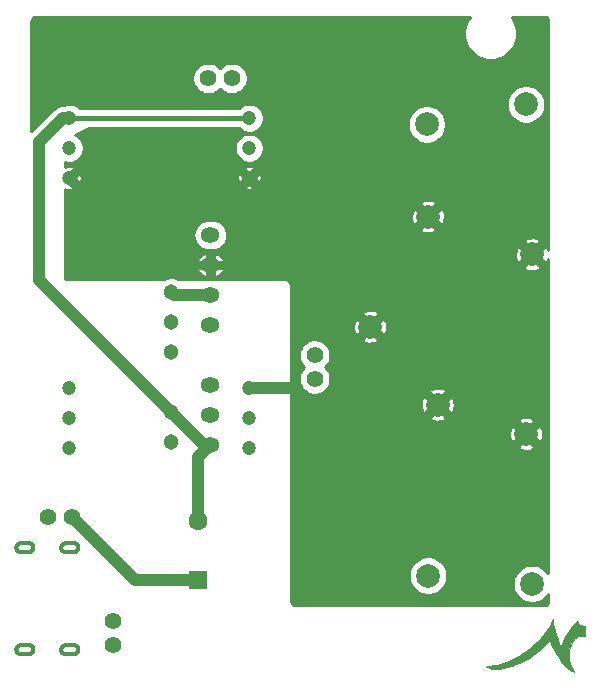
<source format=gbr>
G04 #@! TF.GenerationSoftware,KiCad,Pcbnew,(5.1.7)-1*
G04 #@! TF.CreationDate,2021-05-24T20:06:32+02:00*
G04 #@! TF.ProjectId,dcdcdc,64636463-6463-42e6-9b69-6361645f7063,rev?*
G04 #@! TF.SameCoordinates,Original*
G04 #@! TF.FileFunction,Copper,L2,Bot*
G04 #@! TF.FilePolarity,Positive*
%FSLAX46Y46*%
G04 Gerber Fmt 4.6, Leading zero omitted, Abs format (unit mm)*
G04 Created by KiCad (PCBNEW (5.1.7)-1) date 2021-05-24 20:06:32*
%MOMM*%
%LPD*%
G01*
G04 APERTURE LIST*
G04 #@! TA.AperFunction,EtchedComponent*
%ADD10C,0.010000*%
G04 #@! TD*
G04 #@! TA.AperFunction,ComponentPad*
%ADD11C,1.400000*%
G04 #@! TD*
G04 #@! TA.AperFunction,ComponentPad*
%ADD12C,1.200000*%
G04 #@! TD*
G04 #@! TA.AperFunction,ComponentPad*
%ADD13C,1.600000*%
G04 #@! TD*
G04 #@! TA.AperFunction,ComponentPad*
%ADD14R,1.600000X1.600000*%
G04 #@! TD*
G04 #@! TA.AperFunction,ComponentPad*
%ADD15O,1.600000X1.300000*%
G04 #@! TD*
G04 #@! TA.AperFunction,ComponentPad*
%ADD16C,1.303000*%
G04 #@! TD*
G04 #@! TA.AperFunction,ComponentPad*
%ADD17C,2.000000*%
G04 #@! TD*
G04 #@! TA.AperFunction,ComponentPad*
%ADD18C,1.998980*%
G04 #@! TD*
G04 #@! TA.AperFunction,ViaPad*
%ADD19C,0.800000*%
G04 #@! TD*
G04 #@! TA.AperFunction,ViaPad*
%ADD20C,0.600000*%
G04 #@! TD*
G04 #@! TA.AperFunction,Conductor*
%ADD21C,1.000000*%
G04 #@! TD*
G04 #@! TA.AperFunction,Conductor*
%ADD22C,0.400000*%
G04 #@! TD*
G04 #@! TA.AperFunction,Conductor*
%ADD23C,0.254000*%
G04 #@! TD*
G04 #@! TA.AperFunction,Conductor*
%ADD24C,0.100000*%
G04 #@! TD*
G04 APERTURE END LIST*
D10*
G36*
X40622898Y-57112112D02*
G01*
X40655538Y-57126139D01*
X40705687Y-57144591D01*
X40767735Y-57165566D01*
X40836071Y-57187164D01*
X40905087Y-57207485D01*
X40965452Y-57223693D01*
X41155363Y-57263167D01*
X41347115Y-57285486D01*
X41544723Y-57290494D01*
X41752201Y-57278037D01*
X41973561Y-57247957D01*
X42212818Y-57200101D01*
X42335824Y-57170612D01*
X42474007Y-57133042D01*
X42628059Y-57086324D01*
X42788311Y-57033710D01*
X42945092Y-56978453D01*
X43088732Y-56923802D01*
X43172530Y-56889263D01*
X43293200Y-56834995D01*
X43433731Y-56767586D01*
X43588756Y-56689910D01*
X43752908Y-56604844D01*
X43920821Y-56515261D01*
X44087126Y-56424036D01*
X44246458Y-56334045D01*
X44393448Y-56248162D01*
X44522731Y-56169262D01*
X44555859Y-56148280D01*
X44696329Y-56052368D01*
X44850723Y-55936043D01*
X45015047Y-55802804D01*
X45185303Y-55656150D01*
X45357496Y-55499579D01*
X45527628Y-55336592D01*
X45691705Y-55170686D01*
X45783749Y-55073177D01*
X45844917Y-55007624D01*
X45899546Y-54949953D01*
X45944264Y-54903654D01*
X45975699Y-54872217D01*
X45990477Y-54859131D01*
X45990723Y-54859020D01*
X46001986Y-54866533D01*
X46003883Y-54878349D01*
X46010245Y-54912129D01*
X46028081Y-54968041D01*
X46055514Y-55041483D01*
X46090666Y-55127853D01*
X46131661Y-55222549D01*
X46176622Y-55320968D01*
X46223671Y-55418509D01*
X46226550Y-55424294D01*
X46335795Y-55632184D01*
X46462711Y-55854202D01*
X46603256Y-56083943D01*
X46753387Y-56315007D01*
X46909063Y-56540989D01*
X47066241Y-56755487D01*
X47070665Y-56761319D01*
X47201508Y-56923133D01*
X47335958Y-57069532D01*
X47471616Y-57198614D01*
X47606081Y-57308481D01*
X47736957Y-57397231D01*
X47861843Y-57462964D01*
X47978342Y-57503780D01*
X48018356Y-57512106D01*
X48068064Y-57520342D01*
X48004720Y-57417348D01*
X47901813Y-57230834D01*
X47808936Y-57024436D01*
X47729806Y-56807478D01*
X47668135Y-56589282D01*
X47658947Y-56549569D01*
X47642155Y-56449170D01*
X47630671Y-56327744D01*
X47624503Y-56193342D01*
X47623658Y-56054015D01*
X47628146Y-55917813D01*
X47637974Y-55792789D01*
X47653151Y-55686992D01*
X47658035Y-55663353D01*
X47717234Y-55436301D01*
X47787775Y-55232231D01*
X47869083Y-55052112D01*
X47960587Y-54896914D01*
X48061712Y-54767604D01*
X48171885Y-54665153D01*
X48290532Y-54590529D01*
X48294007Y-54588831D01*
X48397146Y-54548722D01*
X48511002Y-54524442D01*
X48641307Y-54515116D01*
X48759868Y-54517760D01*
X48830162Y-54522261D01*
X48891872Y-54527421D01*
X48937347Y-54532530D01*
X48956621Y-54536021D01*
X48979172Y-54537804D01*
X48991363Y-54521163D01*
X48997273Y-54495457D01*
X49000440Y-54463822D01*
X49003554Y-54407820D01*
X49006513Y-54332837D01*
X49009216Y-54244262D01*
X49011562Y-54147479D01*
X49013450Y-54047875D01*
X49014779Y-53950838D01*
X49015447Y-53861752D01*
X49015354Y-53786006D01*
X49014397Y-53728985D01*
X49012477Y-53696076D01*
X49012310Y-53694853D01*
X49007077Y-53667685D01*
X48996474Y-53653192D01*
X48972768Y-53647391D01*
X48928225Y-53646298D01*
X48918039Y-53646294D01*
X48815805Y-53635708D01*
X48707847Y-53606746D01*
X48608020Y-53563607D01*
X48569469Y-53540704D01*
X48503747Y-53489093D01*
X48438344Y-53424091D01*
X48382493Y-53355649D01*
X48350948Y-53305210D01*
X48325383Y-53255478D01*
X48241989Y-53323411D01*
X48176972Y-53382446D01*
X48099441Y-53462914D01*
X48012614Y-53560840D01*
X47919707Y-53672248D01*
X47823935Y-53793163D01*
X47728514Y-53919611D01*
X47636661Y-54047616D01*
X47551591Y-54173203D01*
X47539575Y-54191647D01*
X47430117Y-54368598D01*
X47324272Y-54556586D01*
X47219661Y-54760232D01*
X47113907Y-54984156D01*
X47009537Y-55221465D01*
X46983272Y-55279334D01*
X46959169Y-55325897D01*
X46940681Y-55354790D01*
X46933862Y-55360952D01*
X46919706Y-55350344D01*
X46895387Y-55314329D01*
X46862214Y-55255093D01*
X46821499Y-55174822D01*
X46818291Y-55168247D01*
X46771173Y-55063798D01*
X46719519Y-54935967D01*
X46665011Y-54790044D01*
X46609329Y-54631317D01*
X46554155Y-54465077D01*
X46501168Y-54296611D01*
X46452050Y-54131211D01*
X46408481Y-53974166D01*
X46372142Y-53830764D01*
X46344714Y-53706295D01*
X46332862Y-53640585D01*
X46321910Y-53566262D01*
X46310469Y-53479087D01*
X46299307Y-53386061D01*
X46289193Y-53294186D01*
X46280896Y-53210462D01*
X46275183Y-53141890D01*
X46272823Y-53095470D01*
X46272805Y-53093471D01*
X46266749Y-53097664D01*
X46250223Y-53124697D01*
X46225549Y-53170403D01*
X46195048Y-53230617D01*
X46185369Y-53250353D01*
X45986525Y-53624996D01*
X45760465Y-53988893D01*
X45508304Y-54340792D01*
X45231158Y-54679443D01*
X44930143Y-55003598D01*
X44606375Y-55312004D01*
X44260971Y-55603413D01*
X43895046Y-55876574D01*
X43755236Y-55972394D01*
X43405808Y-56194359D01*
X43060138Y-56389044D01*
X42714121Y-56558000D01*
X42363653Y-56702779D01*
X42004630Y-56824931D01*
X41632948Y-56926005D01*
X41244503Y-57007554D01*
X40853541Y-57068707D01*
X40773306Y-57079595D01*
X40704229Y-57089398D01*
X40651408Y-57097358D01*
X40619938Y-57102717D01*
X40613376Y-57104409D01*
X40622898Y-57112112D01*
G37*
X40622898Y-57112112D02*
X40655538Y-57126139D01*
X40705687Y-57144591D01*
X40767735Y-57165566D01*
X40836071Y-57187164D01*
X40905087Y-57207485D01*
X40965452Y-57223693D01*
X41155363Y-57263167D01*
X41347115Y-57285486D01*
X41544723Y-57290494D01*
X41752201Y-57278037D01*
X41973561Y-57247957D01*
X42212818Y-57200101D01*
X42335824Y-57170612D01*
X42474007Y-57133042D01*
X42628059Y-57086324D01*
X42788311Y-57033710D01*
X42945092Y-56978453D01*
X43088732Y-56923802D01*
X43172530Y-56889263D01*
X43293200Y-56834995D01*
X43433731Y-56767586D01*
X43588756Y-56689910D01*
X43752908Y-56604844D01*
X43920821Y-56515261D01*
X44087126Y-56424036D01*
X44246458Y-56334045D01*
X44393448Y-56248162D01*
X44522731Y-56169262D01*
X44555859Y-56148280D01*
X44696329Y-56052368D01*
X44850723Y-55936043D01*
X45015047Y-55802804D01*
X45185303Y-55656150D01*
X45357496Y-55499579D01*
X45527628Y-55336592D01*
X45691705Y-55170686D01*
X45783749Y-55073177D01*
X45844917Y-55007624D01*
X45899546Y-54949953D01*
X45944264Y-54903654D01*
X45975699Y-54872217D01*
X45990477Y-54859131D01*
X45990723Y-54859020D01*
X46001986Y-54866533D01*
X46003883Y-54878349D01*
X46010245Y-54912129D01*
X46028081Y-54968041D01*
X46055514Y-55041483D01*
X46090666Y-55127853D01*
X46131661Y-55222549D01*
X46176622Y-55320968D01*
X46223671Y-55418509D01*
X46226550Y-55424294D01*
X46335795Y-55632184D01*
X46462711Y-55854202D01*
X46603256Y-56083943D01*
X46753387Y-56315007D01*
X46909063Y-56540989D01*
X47066241Y-56755487D01*
X47070665Y-56761319D01*
X47201508Y-56923133D01*
X47335958Y-57069532D01*
X47471616Y-57198614D01*
X47606081Y-57308481D01*
X47736957Y-57397231D01*
X47861843Y-57462964D01*
X47978342Y-57503780D01*
X48018356Y-57512106D01*
X48068064Y-57520342D01*
X48004720Y-57417348D01*
X47901813Y-57230834D01*
X47808936Y-57024436D01*
X47729806Y-56807478D01*
X47668135Y-56589282D01*
X47658947Y-56549569D01*
X47642155Y-56449170D01*
X47630671Y-56327744D01*
X47624503Y-56193342D01*
X47623658Y-56054015D01*
X47628146Y-55917813D01*
X47637974Y-55792789D01*
X47653151Y-55686992D01*
X47658035Y-55663353D01*
X47717234Y-55436301D01*
X47787775Y-55232231D01*
X47869083Y-55052112D01*
X47960587Y-54896914D01*
X48061712Y-54767604D01*
X48171885Y-54665153D01*
X48290532Y-54590529D01*
X48294007Y-54588831D01*
X48397146Y-54548722D01*
X48511002Y-54524442D01*
X48641307Y-54515116D01*
X48759868Y-54517760D01*
X48830162Y-54522261D01*
X48891872Y-54527421D01*
X48937347Y-54532530D01*
X48956621Y-54536021D01*
X48979172Y-54537804D01*
X48991363Y-54521163D01*
X48997273Y-54495457D01*
X49000440Y-54463822D01*
X49003554Y-54407820D01*
X49006513Y-54332837D01*
X49009216Y-54244262D01*
X49011562Y-54147479D01*
X49013450Y-54047875D01*
X49014779Y-53950838D01*
X49015447Y-53861752D01*
X49015354Y-53786006D01*
X49014397Y-53728985D01*
X49012477Y-53696076D01*
X49012310Y-53694853D01*
X49007077Y-53667685D01*
X48996474Y-53653192D01*
X48972768Y-53647391D01*
X48928225Y-53646298D01*
X48918039Y-53646294D01*
X48815805Y-53635708D01*
X48707847Y-53606746D01*
X48608020Y-53563607D01*
X48569469Y-53540704D01*
X48503747Y-53489093D01*
X48438344Y-53424091D01*
X48382493Y-53355649D01*
X48350948Y-53305210D01*
X48325383Y-53255478D01*
X48241989Y-53323411D01*
X48176972Y-53382446D01*
X48099441Y-53462914D01*
X48012614Y-53560840D01*
X47919707Y-53672248D01*
X47823935Y-53793163D01*
X47728514Y-53919611D01*
X47636661Y-54047616D01*
X47551591Y-54173203D01*
X47539575Y-54191647D01*
X47430117Y-54368598D01*
X47324272Y-54556586D01*
X47219661Y-54760232D01*
X47113907Y-54984156D01*
X47009537Y-55221465D01*
X46983272Y-55279334D01*
X46959169Y-55325897D01*
X46940681Y-55354790D01*
X46933862Y-55360952D01*
X46919706Y-55350344D01*
X46895387Y-55314329D01*
X46862214Y-55255093D01*
X46821499Y-55174822D01*
X46818291Y-55168247D01*
X46771173Y-55063798D01*
X46719519Y-54935967D01*
X46665011Y-54790044D01*
X46609329Y-54631317D01*
X46554155Y-54465077D01*
X46501168Y-54296611D01*
X46452050Y-54131211D01*
X46408481Y-53974166D01*
X46372142Y-53830764D01*
X46344714Y-53706295D01*
X46332862Y-53640585D01*
X46321910Y-53566262D01*
X46310469Y-53479087D01*
X46299307Y-53386061D01*
X46289193Y-53294186D01*
X46280896Y-53210462D01*
X46275183Y-53141890D01*
X46272823Y-53095470D01*
X46272805Y-53093471D01*
X46266749Y-53097664D01*
X46250223Y-53124697D01*
X46225549Y-53170403D01*
X46195048Y-53230617D01*
X46185369Y-53250353D01*
X45986525Y-53624996D01*
X45760465Y-53988893D01*
X45508304Y-54340792D01*
X45231158Y-54679443D01*
X44930143Y-55003598D01*
X44606375Y-55312004D01*
X44260971Y-55603413D01*
X43895046Y-55876574D01*
X43755236Y-55972394D01*
X43405808Y-56194359D01*
X43060138Y-56389044D01*
X42714121Y-56558000D01*
X42363653Y-56702779D01*
X42004630Y-56824931D01*
X41632948Y-56926005D01*
X41244503Y-57007554D01*
X40853541Y-57068707D01*
X40773306Y-57079595D01*
X40704229Y-57089398D01*
X40651408Y-57097358D01*
X40619938Y-57102717D01*
X40613376Y-57104409D01*
X40622898Y-57112112D01*
G36*
X1524000Y-55880000D02*
G01*
X1874000Y-55880000D01*
X1887084Y-55879657D01*
X1900132Y-55878630D01*
X1913109Y-55876922D01*
X1925978Y-55874537D01*
X1938705Y-55871481D01*
X1951254Y-55867764D01*
X1963592Y-55863395D01*
X1975684Y-55858386D01*
X1987498Y-55852752D01*
X1999000Y-55846506D01*
X2010160Y-55839668D01*
X2020946Y-55832254D01*
X2031330Y-55824286D01*
X2041283Y-55815786D01*
X2050777Y-55806777D01*
X2059786Y-55797283D01*
X2068286Y-55787330D01*
X2076254Y-55776946D01*
X2083668Y-55766160D01*
X2090506Y-55755000D01*
X2096752Y-55743498D01*
X2102386Y-55731684D01*
X2107395Y-55719592D01*
X2111764Y-55707254D01*
X2115481Y-55694705D01*
X2118537Y-55681978D01*
X2120922Y-55669109D01*
X2122630Y-55656132D01*
X2123657Y-55643084D01*
X2124000Y-55630000D01*
X2123657Y-55616916D01*
X2122630Y-55603868D01*
X2120922Y-55590891D01*
X2118537Y-55578022D01*
X2115481Y-55565295D01*
X2111764Y-55552746D01*
X2107395Y-55540408D01*
X2102386Y-55528316D01*
X2096752Y-55516502D01*
X2090506Y-55505000D01*
X2083668Y-55493840D01*
X2076254Y-55483054D01*
X2068286Y-55472670D01*
X2059786Y-55462717D01*
X2050777Y-55453223D01*
X2041283Y-55444214D01*
X2031330Y-55435714D01*
X2020946Y-55427746D01*
X2010160Y-55420332D01*
X1999000Y-55413494D01*
X1987498Y-55407248D01*
X1975684Y-55401614D01*
X1963592Y-55396605D01*
X1951254Y-55392236D01*
X1938705Y-55388519D01*
X1925978Y-55385463D01*
X1913109Y-55383078D01*
X1900132Y-55381370D01*
X1887084Y-55380343D01*
X1874000Y-55380000D01*
X1174000Y-55380000D01*
X1160916Y-55380343D01*
X1147868Y-55381370D01*
X1134891Y-55383078D01*
X1122022Y-55385463D01*
X1109295Y-55388519D01*
X1096746Y-55392236D01*
X1084408Y-55396605D01*
X1072316Y-55401614D01*
X1060502Y-55407248D01*
X1049000Y-55413494D01*
X1037840Y-55420332D01*
X1027054Y-55427746D01*
X1016670Y-55435714D01*
X1006717Y-55444214D01*
X997223Y-55453223D01*
X988214Y-55462717D01*
X979714Y-55472670D01*
X971746Y-55483054D01*
X964332Y-55493840D01*
X957494Y-55505000D01*
X951248Y-55516502D01*
X945614Y-55528316D01*
X940605Y-55540408D01*
X936236Y-55552746D01*
X932519Y-55565295D01*
X929463Y-55578022D01*
X927078Y-55590891D01*
X925370Y-55603868D01*
X924343Y-55616916D01*
X924000Y-55630000D01*
X924343Y-55643084D01*
X925370Y-55656132D01*
X927078Y-55669109D01*
X929463Y-55681978D01*
X932519Y-55694705D01*
X936236Y-55707254D01*
X940605Y-55719592D01*
X945614Y-55731684D01*
X951248Y-55743498D01*
X957494Y-55755000D01*
X964332Y-55766160D01*
X971746Y-55776946D01*
X979714Y-55787330D01*
X988214Y-55797283D01*
X997223Y-55806777D01*
X1006717Y-55815786D01*
X1016670Y-55824286D01*
X1027054Y-55832254D01*
X1037840Y-55839668D01*
X1049000Y-55846506D01*
X1060502Y-55852752D01*
X1072316Y-55858386D01*
X1084408Y-55863395D01*
X1096746Y-55867764D01*
X1109295Y-55871481D01*
X1122022Y-55874537D01*
X1134891Y-55876922D01*
X1147868Y-55878630D01*
X1160916Y-55879657D01*
X1174000Y-55880000D01*
X1514000Y-55880000D01*
X1514000Y-56130000D01*
X1174000Y-56130000D01*
X1147832Y-56129315D01*
X1121736Y-56127261D01*
X1095783Y-56123844D01*
X1070044Y-56119074D01*
X1044590Y-56112963D01*
X1019492Y-56105528D01*
X994816Y-56096790D01*
X970632Y-56086773D01*
X947005Y-56075503D01*
X924000Y-56063013D01*
X901680Y-56049335D01*
X880107Y-56034508D01*
X859340Y-56018573D01*
X839435Y-56001572D01*
X820447Y-55983553D01*
X802428Y-55964565D01*
X785427Y-55944660D01*
X769492Y-55923893D01*
X754665Y-55902320D01*
X740987Y-55880000D01*
X728497Y-55856995D01*
X717227Y-55833368D01*
X707210Y-55809184D01*
X698472Y-55784508D01*
X691037Y-55759410D01*
X684926Y-55733956D01*
X680156Y-55708217D01*
X676739Y-55682264D01*
X674685Y-55656168D01*
X674000Y-55630000D01*
X674685Y-55603832D01*
X676739Y-55577736D01*
X680156Y-55551783D01*
X684926Y-55526044D01*
X691037Y-55500590D01*
X698472Y-55475492D01*
X707210Y-55450816D01*
X717227Y-55426632D01*
X728497Y-55403005D01*
X740987Y-55380000D01*
X754665Y-55357680D01*
X769492Y-55336107D01*
X785427Y-55315340D01*
X802428Y-55295435D01*
X820447Y-55276447D01*
X839435Y-55258428D01*
X859340Y-55241427D01*
X880107Y-55225492D01*
X901680Y-55210665D01*
X924000Y-55196987D01*
X947005Y-55184497D01*
X970632Y-55173227D01*
X994816Y-55163210D01*
X1019492Y-55154472D01*
X1044590Y-55147037D01*
X1070044Y-55140926D01*
X1095783Y-55136156D01*
X1121736Y-55132739D01*
X1147832Y-55130685D01*
X1174000Y-55130000D01*
X1874000Y-55130000D01*
X1900168Y-55130685D01*
X1926264Y-55132739D01*
X1952217Y-55136156D01*
X1977956Y-55140926D01*
X2003410Y-55147037D01*
X2028508Y-55154472D01*
X2053184Y-55163210D01*
X2077368Y-55173227D01*
X2100995Y-55184497D01*
X2124000Y-55196987D01*
X2146320Y-55210665D01*
X2167893Y-55225492D01*
X2188660Y-55241427D01*
X2208565Y-55258428D01*
X2227553Y-55276447D01*
X2245572Y-55295435D01*
X2262573Y-55315340D01*
X2278508Y-55336107D01*
X2293335Y-55357680D01*
X2307013Y-55380000D01*
X2319503Y-55403005D01*
X2330773Y-55426632D01*
X2340790Y-55450816D01*
X2349528Y-55475492D01*
X2356963Y-55500590D01*
X2363074Y-55526044D01*
X2367844Y-55551783D01*
X2371261Y-55577736D01*
X2373315Y-55603832D01*
X2374000Y-55630000D01*
X2373315Y-55656168D01*
X2371261Y-55682264D01*
X2367844Y-55708217D01*
X2363074Y-55733956D01*
X2356963Y-55759410D01*
X2349528Y-55784508D01*
X2340790Y-55809184D01*
X2330773Y-55833368D01*
X2319503Y-55856995D01*
X2307013Y-55880000D01*
X2293335Y-55902320D01*
X2278508Y-55923893D01*
X2262573Y-55944660D01*
X2245572Y-55964565D01*
X2227553Y-55983553D01*
X2208565Y-56001572D01*
X2188660Y-56018573D01*
X2167893Y-56034508D01*
X2146320Y-56049335D01*
X2124000Y-56063013D01*
X2100995Y-56075503D01*
X2077368Y-56086773D01*
X2053184Y-56096790D01*
X2028508Y-56105528D01*
X2003410Y-56112963D01*
X1977956Y-56119074D01*
X1952217Y-56123844D01*
X1926264Y-56127261D01*
X1900168Y-56129315D01*
X1874000Y-56130000D01*
X1524000Y-56130000D01*
X1524000Y-55880000D01*
G37*
X1524000Y-55880000D02*
X1874000Y-55880000D01*
X1887084Y-55879657D01*
X1900132Y-55878630D01*
X1913109Y-55876922D01*
X1925978Y-55874537D01*
X1938705Y-55871481D01*
X1951254Y-55867764D01*
X1963592Y-55863395D01*
X1975684Y-55858386D01*
X1987498Y-55852752D01*
X1999000Y-55846506D01*
X2010160Y-55839668D01*
X2020946Y-55832254D01*
X2031330Y-55824286D01*
X2041283Y-55815786D01*
X2050777Y-55806777D01*
X2059786Y-55797283D01*
X2068286Y-55787330D01*
X2076254Y-55776946D01*
X2083668Y-55766160D01*
X2090506Y-55755000D01*
X2096752Y-55743498D01*
X2102386Y-55731684D01*
X2107395Y-55719592D01*
X2111764Y-55707254D01*
X2115481Y-55694705D01*
X2118537Y-55681978D01*
X2120922Y-55669109D01*
X2122630Y-55656132D01*
X2123657Y-55643084D01*
X2124000Y-55630000D01*
X2123657Y-55616916D01*
X2122630Y-55603868D01*
X2120922Y-55590891D01*
X2118537Y-55578022D01*
X2115481Y-55565295D01*
X2111764Y-55552746D01*
X2107395Y-55540408D01*
X2102386Y-55528316D01*
X2096752Y-55516502D01*
X2090506Y-55505000D01*
X2083668Y-55493840D01*
X2076254Y-55483054D01*
X2068286Y-55472670D01*
X2059786Y-55462717D01*
X2050777Y-55453223D01*
X2041283Y-55444214D01*
X2031330Y-55435714D01*
X2020946Y-55427746D01*
X2010160Y-55420332D01*
X1999000Y-55413494D01*
X1987498Y-55407248D01*
X1975684Y-55401614D01*
X1963592Y-55396605D01*
X1951254Y-55392236D01*
X1938705Y-55388519D01*
X1925978Y-55385463D01*
X1913109Y-55383078D01*
X1900132Y-55381370D01*
X1887084Y-55380343D01*
X1874000Y-55380000D01*
X1174000Y-55380000D01*
X1160916Y-55380343D01*
X1147868Y-55381370D01*
X1134891Y-55383078D01*
X1122022Y-55385463D01*
X1109295Y-55388519D01*
X1096746Y-55392236D01*
X1084408Y-55396605D01*
X1072316Y-55401614D01*
X1060502Y-55407248D01*
X1049000Y-55413494D01*
X1037840Y-55420332D01*
X1027054Y-55427746D01*
X1016670Y-55435714D01*
X1006717Y-55444214D01*
X997223Y-55453223D01*
X988214Y-55462717D01*
X979714Y-55472670D01*
X971746Y-55483054D01*
X964332Y-55493840D01*
X957494Y-55505000D01*
X951248Y-55516502D01*
X945614Y-55528316D01*
X940605Y-55540408D01*
X936236Y-55552746D01*
X932519Y-55565295D01*
X929463Y-55578022D01*
X927078Y-55590891D01*
X925370Y-55603868D01*
X924343Y-55616916D01*
X924000Y-55630000D01*
X924343Y-55643084D01*
X925370Y-55656132D01*
X927078Y-55669109D01*
X929463Y-55681978D01*
X932519Y-55694705D01*
X936236Y-55707254D01*
X940605Y-55719592D01*
X945614Y-55731684D01*
X951248Y-55743498D01*
X957494Y-55755000D01*
X964332Y-55766160D01*
X971746Y-55776946D01*
X979714Y-55787330D01*
X988214Y-55797283D01*
X997223Y-55806777D01*
X1006717Y-55815786D01*
X1016670Y-55824286D01*
X1027054Y-55832254D01*
X1037840Y-55839668D01*
X1049000Y-55846506D01*
X1060502Y-55852752D01*
X1072316Y-55858386D01*
X1084408Y-55863395D01*
X1096746Y-55867764D01*
X1109295Y-55871481D01*
X1122022Y-55874537D01*
X1134891Y-55876922D01*
X1147868Y-55878630D01*
X1160916Y-55879657D01*
X1174000Y-55880000D01*
X1514000Y-55880000D01*
X1514000Y-56130000D01*
X1174000Y-56130000D01*
X1147832Y-56129315D01*
X1121736Y-56127261D01*
X1095783Y-56123844D01*
X1070044Y-56119074D01*
X1044590Y-56112963D01*
X1019492Y-56105528D01*
X994816Y-56096790D01*
X970632Y-56086773D01*
X947005Y-56075503D01*
X924000Y-56063013D01*
X901680Y-56049335D01*
X880107Y-56034508D01*
X859340Y-56018573D01*
X839435Y-56001572D01*
X820447Y-55983553D01*
X802428Y-55964565D01*
X785427Y-55944660D01*
X769492Y-55923893D01*
X754665Y-55902320D01*
X740987Y-55880000D01*
X728497Y-55856995D01*
X717227Y-55833368D01*
X707210Y-55809184D01*
X698472Y-55784508D01*
X691037Y-55759410D01*
X684926Y-55733956D01*
X680156Y-55708217D01*
X676739Y-55682264D01*
X674685Y-55656168D01*
X674000Y-55630000D01*
X674685Y-55603832D01*
X676739Y-55577736D01*
X680156Y-55551783D01*
X684926Y-55526044D01*
X691037Y-55500590D01*
X698472Y-55475492D01*
X707210Y-55450816D01*
X717227Y-55426632D01*
X728497Y-55403005D01*
X740987Y-55380000D01*
X754665Y-55357680D01*
X769492Y-55336107D01*
X785427Y-55315340D01*
X802428Y-55295435D01*
X820447Y-55276447D01*
X839435Y-55258428D01*
X859340Y-55241427D01*
X880107Y-55225492D01*
X901680Y-55210665D01*
X924000Y-55196987D01*
X947005Y-55184497D01*
X970632Y-55173227D01*
X994816Y-55163210D01*
X1019492Y-55154472D01*
X1044590Y-55147037D01*
X1070044Y-55140926D01*
X1095783Y-55136156D01*
X1121736Y-55132739D01*
X1147832Y-55130685D01*
X1174000Y-55130000D01*
X1874000Y-55130000D01*
X1900168Y-55130685D01*
X1926264Y-55132739D01*
X1952217Y-55136156D01*
X1977956Y-55140926D01*
X2003410Y-55147037D01*
X2028508Y-55154472D01*
X2053184Y-55163210D01*
X2077368Y-55173227D01*
X2100995Y-55184497D01*
X2124000Y-55196987D01*
X2146320Y-55210665D01*
X2167893Y-55225492D01*
X2188660Y-55241427D01*
X2208565Y-55258428D01*
X2227553Y-55276447D01*
X2245572Y-55295435D01*
X2262573Y-55315340D01*
X2278508Y-55336107D01*
X2293335Y-55357680D01*
X2307013Y-55380000D01*
X2319503Y-55403005D01*
X2330773Y-55426632D01*
X2340790Y-55450816D01*
X2349528Y-55475492D01*
X2356963Y-55500590D01*
X2363074Y-55526044D01*
X2367844Y-55551783D01*
X2371261Y-55577736D01*
X2373315Y-55603832D01*
X2374000Y-55630000D01*
X2373315Y-55656168D01*
X2371261Y-55682264D01*
X2367844Y-55708217D01*
X2363074Y-55733956D01*
X2356963Y-55759410D01*
X2349528Y-55784508D01*
X2340790Y-55809184D01*
X2330773Y-55833368D01*
X2319503Y-55856995D01*
X2307013Y-55880000D01*
X2293335Y-55902320D01*
X2278508Y-55923893D01*
X2262573Y-55944660D01*
X2245572Y-55964565D01*
X2227553Y-55983553D01*
X2208565Y-56001572D01*
X2188660Y-56018573D01*
X2167893Y-56034508D01*
X2146320Y-56049335D01*
X2124000Y-56063013D01*
X2100995Y-56075503D01*
X2077368Y-56086773D01*
X2053184Y-56096790D01*
X2028508Y-56105528D01*
X2003410Y-56112963D01*
X1977956Y-56119074D01*
X1952217Y-56123844D01*
X1926264Y-56127261D01*
X1900168Y-56129315D01*
X1874000Y-56130000D01*
X1524000Y-56130000D01*
X1524000Y-55880000D01*
G36*
X1524000Y-47240000D02*
G01*
X1874000Y-47240000D01*
X1887084Y-47239657D01*
X1900132Y-47238630D01*
X1913109Y-47236922D01*
X1925978Y-47234537D01*
X1938705Y-47231481D01*
X1951254Y-47227764D01*
X1963592Y-47223395D01*
X1975684Y-47218386D01*
X1987498Y-47212752D01*
X1999000Y-47206506D01*
X2010160Y-47199668D01*
X2020946Y-47192254D01*
X2031330Y-47184286D01*
X2041283Y-47175786D01*
X2050777Y-47166777D01*
X2059786Y-47157283D01*
X2068286Y-47147330D01*
X2076254Y-47136946D01*
X2083668Y-47126160D01*
X2090506Y-47115000D01*
X2096752Y-47103498D01*
X2102386Y-47091684D01*
X2107395Y-47079592D01*
X2111764Y-47067254D01*
X2115481Y-47054705D01*
X2118537Y-47041978D01*
X2120922Y-47029109D01*
X2122630Y-47016132D01*
X2123657Y-47003084D01*
X2124000Y-46990000D01*
X2123657Y-46976916D01*
X2122630Y-46963868D01*
X2120922Y-46950891D01*
X2118537Y-46938022D01*
X2115481Y-46925295D01*
X2111764Y-46912746D01*
X2107395Y-46900408D01*
X2102386Y-46888316D01*
X2096752Y-46876502D01*
X2090506Y-46865000D01*
X2083668Y-46853840D01*
X2076254Y-46843054D01*
X2068286Y-46832670D01*
X2059786Y-46822717D01*
X2050777Y-46813223D01*
X2041283Y-46804214D01*
X2031330Y-46795714D01*
X2020946Y-46787746D01*
X2010160Y-46780332D01*
X1999000Y-46773494D01*
X1987498Y-46767248D01*
X1975684Y-46761614D01*
X1963592Y-46756605D01*
X1951254Y-46752236D01*
X1938705Y-46748519D01*
X1925978Y-46745463D01*
X1913109Y-46743078D01*
X1900132Y-46741370D01*
X1887084Y-46740343D01*
X1874000Y-46740000D01*
X1174000Y-46740000D01*
X1160916Y-46740343D01*
X1147868Y-46741370D01*
X1134891Y-46743078D01*
X1122022Y-46745463D01*
X1109295Y-46748519D01*
X1096746Y-46752236D01*
X1084408Y-46756605D01*
X1072316Y-46761614D01*
X1060502Y-46767248D01*
X1049000Y-46773494D01*
X1037840Y-46780332D01*
X1027054Y-46787746D01*
X1016670Y-46795714D01*
X1006717Y-46804214D01*
X997223Y-46813223D01*
X988214Y-46822717D01*
X979714Y-46832670D01*
X971746Y-46843054D01*
X964332Y-46853840D01*
X957494Y-46865000D01*
X951248Y-46876502D01*
X945614Y-46888316D01*
X940605Y-46900408D01*
X936236Y-46912746D01*
X932519Y-46925295D01*
X929463Y-46938022D01*
X927078Y-46950891D01*
X925370Y-46963868D01*
X924343Y-46976916D01*
X924000Y-46990000D01*
X924343Y-47003084D01*
X925370Y-47016132D01*
X927078Y-47029109D01*
X929463Y-47041978D01*
X932519Y-47054705D01*
X936236Y-47067254D01*
X940605Y-47079592D01*
X945614Y-47091684D01*
X951248Y-47103498D01*
X957494Y-47115000D01*
X964332Y-47126160D01*
X971746Y-47136946D01*
X979714Y-47147330D01*
X988214Y-47157283D01*
X997223Y-47166777D01*
X1006717Y-47175786D01*
X1016670Y-47184286D01*
X1027054Y-47192254D01*
X1037840Y-47199668D01*
X1049000Y-47206506D01*
X1060502Y-47212752D01*
X1072316Y-47218386D01*
X1084408Y-47223395D01*
X1096746Y-47227764D01*
X1109295Y-47231481D01*
X1122022Y-47234537D01*
X1134891Y-47236922D01*
X1147868Y-47238630D01*
X1160916Y-47239657D01*
X1174000Y-47240000D01*
X1514000Y-47240000D01*
X1514000Y-47490000D01*
X1174000Y-47490000D01*
X1147832Y-47489315D01*
X1121736Y-47487261D01*
X1095783Y-47483844D01*
X1070044Y-47479074D01*
X1044590Y-47472963D01*
X1019492Y-47465528D01*
X994816Y-47456790D01*
X970632Y-47446773D01*
X947005Y-47435503D01*
X924000Y-47423013D01*
X901680Y-47409335D01*
X880107Y-47394508D01*
X859340Y-47378573D01*
X839435Y-47361572D01*
X820447Y-47343553D01*
X802428Y-47324565D01*
X785427Y-47304660D01*
X769492Y-47283893D01*
X754665Y-47262320D01*
X740987Y-47240000D01*
X728497Y-47216995D01*
X717227Y-47193368D01*
X707210Y-47169184D01*
X698472Y-47144508D01*
X691037Y-47119410D01*
X684926Y-47093956D01*
X680156Y-47068217D01*
X676739Y-47042264D01*
X674685Y-47016168D01*
X674000Y-46990000D01*
X674685Y-46963832D01*
X676739Y-46937736D01*
X680156Y-46911783D01*
X684926Y-46886044D01*
X691037Y-46860590D01*
X698472Y-46835492D01*
X707210Y-46810816D01*
X717227Y-46786632D01*
X728497Y-46763005D01*
X740987Y-46740000D01*
X754665Y-46717680D01*
X769492Y-46696107D01*
X785427Y-46675340D01*
X802428Y-46655435D01*
X820447Y-46636447D01*
X839435Y-46618428D01*
X859340Y-46601427D01*
X880107Y-46585492D01*
X901680Y-46570665D01*
X924000Y-46556987D01*
X947005Y-46544497D01*
X970632Y-46533227D01*
X994816Y-46523210D01*
X1019492Y-46514472D01*
X1044590Y-46507037D01*
X1070044Y-46500926D01*
X1095783Y-46496156D01*
X1121736Y-46492739D01*
X1147832Y-46490685D01*
X1174000Y-46490000D01*
X1874000Y-46490000D01*
X1900168Y-46490685D01*
X1926264Y-46492739D01*
X1952217Y-46496156D01*
X1977956Y-46500926D01*
X2003410Y-46507037D01*
X2028508Y-46514472D01*
X2053184Y-46523210D01*
X2077368Y-46533227D01*
X2100995Y-46544497D01*
X2124000Y-46556987D01*
X2146320Y-46570665D01*
X2167893Y-46585492D01*
X2188660Y-46601427D01*
X2208565Y-46618428D01*
X2227553Y-46636447D01*
X2245572Y-46655435D01*
X2262573Y-46675340D01*
X2278508Y-46696107D01*
X2293335Y-46717680D01*
X2307013Y-46740000D01*
X2319503Y-46763005D01*
X2330773Y-46786632D01*
X2340790Y-46810816D01*
X2349528Y-46835492D01*
X2356963Y-46860590D01*
X2363074Y-46886044D01*
X2367844Y-46911783D01*
X2371261Y-46937736D01*
X2373315Y-46963832D01*
X2374000Y-46990000D01*
X2373315Y-47016168D01*
X2371261Y-47042264D01*
X2367844Y-47068217D01*
X2363074Y-47093956D01*
X2356963Y-47119410D01*
X2349528Y-47144508D01*
X2340790Y-47169184D01*
X2330773Y-47193368D01*
X2319503Y-47216995D01*
X2307013Y-47240000D01*
X2293335Y-47262320D01*
X2278508Y-47283893D01*
X2262573Y-47304660D01*
X2245572Y-47324565D01*
X2227553Y-47343553D01*
X2208565Y-47361572D01*
X2188660Y-47378573D01*
X2167893Y-47394508D01*
X2146320Y-47409335D01*
X2124000Y-47423013D01*
X2100995Y-47435503D01*
X2077368Y-47446773D01*
X2053184Y-47456790D01*
X2028508Y-47465528D01*
X2003410Y-47472963D01*
X1977956Y-47479074D01*
X1952217Y-47483844D01*
X1926264Y-47487261D01*
X1900168Y-47489315D01*
X1874000Y-47490000D01*
X1524000Y-47490000D01*
X1524000Y-47240000D01*
G37*
X1524000Y-47240000D02*
X1874000Y-47240000D01*
X1887084Y-47239657D01*
X1900132Y-47238630D01*
X1913109Y-47236922D01*
X1925978Y-47234537D01*
X1938705Y-47231481D01*
X1951254Y-47227764D01*
X1963592Y-47223395D01*
X1975684Y-47218386D01*
X1987498Y-47212752D01*
X1999000Y-47206506D01*
X2010160Y-47199668D01*
X2020946Y-47192254D01*
X2031330Y-47184286D01*
X2041283Y-47175786D01*
X2050777Y-47166777D01*
X2059786Y-47157283D01*
X2068286Y-47147330D01*
X2076254Y-47136946D01*
X2083668Y-47126160D01*
X2090506Y-47115000D01*
X2096752Y-47103498D01*
X2102386Y-47091684D01*
X2107395Y-47079592D01*
X2111764Y-47067254D01*
X2115481Y-47054705D01*
X2118537Y-47041978D01*
X2120922Y-47029109D01*
X2122630Y-47016132D01*
X2123657Y-47003084D01*
X2124000Y-46990000D01*
X2123657Y-46976916D01*
X2122630Y-46963868D01*
X2120922Y-46950891D01*
X2118537Y-46938022D01*
X2115481Y-46925295D01*
X2111764Y-46912746D01*
X2107395Y-46900408D01*
X2102386Y-46888316D01*
X2096752Y-46876502D01*
X2090506Y-46865000D01*
X2083668Y-46853840D01*
X2076254Y-46843054D01*
X2068286Y-46832670D01*
X2059786Y-46822717D01*
X2050777Y-46813223D01*
X2041283Y-46804214D01*
X2031330Y-46795714D01*
X2020946Y-46787746D01*
X2010160Y-46780332D01*
X1999000Y-46773494D01*
X1987498Y-46767248D01*
X1975684Y-46761614D01*
X1963592Y-46756605D01*
X1951254Y-46752236D01*
X1938705Y-46748519D01*
X1925978Y-46745463D01*
X1913109Y-46743078D01*
X1900132Y-46741370D01*
X1887084Y-46740343D01*
X1874000Y-46740000D01*
X1174000Y-46740000D01*
X1160916Y-46740343D01*
X1147868Y-46741370D01*
X1134891Y-46743078D01*
X1122022Y-46745463D01*
X1109295Y-46748519D01*
X1096746Y-46752236D01*
X1084408Y-46756605D01*
X1072316Y-46761614D01*
X1060502Y-46767248D01*
X1049000Y-46773494D01*
X1037840Y-46780332D01*
X1027054Y-46787746D01*
X1016670Y-46795714D01*
X1006717Y-46804214D01*
X997223Y-46813223D01*
X988214Y-46822717D01*
X979714Y-46832670D01*
X971746Y-46843054D01*
X964332Y-46853840D01*
X957494Y-46865000D01*
X951248Y-46876502D01*
X945614Y-46888316D01*
X940605Y-46900408D01*
X936236Y-46912746D01*
X932519Y-46925295D01*
X929463Y-46938022D01*
X927078Y-46950891D01*
X925370Y-46963868D01*
X924343Y-46976916D01*
X924000Y-46990000D01*
X924343Y-47003084D01*
X925370Y-47016132D01*
X927078Y-47029109D01*
X929463Y-47041978D01*
X932519Y-47054705D01*
X936236Y-47067254D01*
X940605Y-47079592D01*
X945614Y-47091684D01*
X951248Y-47103498D01*
X957494Y-47115000D01*
X964332Y-47126160D01*
X971746Y-47136946D01*
X979714Y-47147330D01*
X988214Y-47157283D01*
X997223Y-47166777D01*
X1006717Y-47175786D01*
X1016670Y-47184286D01*
X1027054Y-47192254D01*
X1037840Y-47199668D01*
X1049000Y-47206506D01*
X1060502Y-47212752D01*
X1072316Y-47218386D01*
X1084408Y-47223395D01*
X1096746Y-47227764D01*
X1109295Y-47231481D01*
X1122022Y-47234537D01*
X1134891Y-47236922D01*
X1147868Y-47238630D01*
X1160916Y-47239657D01*
X1174000Y-47240000D01*
X1514000Y-47240000D01*
X1514000Y-47490000D01*
X1174000Y-47490000D01*
X1147832Y-47489315D01*
X1121736Y-47487261D01*
X1095783Y-47483844D01*
X1070044Y-47479074D01*
X1044590Y-47472963D01*
X1019492Y-47465528D01*
X994816Y-47456790D01*
X970632Y-47446773D01*
X947005Y-47435503D01*
X924000Y-47423013D01*
X901680Y-47409335D01*
X880107Y-47394508D01*
X859340Y-47378573D01*
X839435Y-47361572D01*
X820447Y-47343553D01*
X802428Y-47324565D01*
X785427Y-47304660D01*
X769492Y-47283893D01*
X754665Y-47262320D01*
X740987Y-47240000D01*
X728497Y-47216995D01*
X717227Y-47193368D01*
X707210Y-47169184D01*
X698472Y-47144508D01*
X691037Y-47119410D01*
X684926Y-47093956D01*
X680156Y-47068217D01*
X676739Y-47042264D01*
X674685Y-47016168D01*
X674000Y-46990000D01*
X674685Y-46963832D01*
X676739Y-46937736D01*
X680156Y-46911783D01*
X684926Y-46886044D01*
X691037Y-46860590D01*
X698472Y-46835492D01*
X707210Y-46810816D01*
X717227Y-46786632D01*
X728497Y-46763005D01*
X740987Y-46740000D01*
X754665Y-46717680D01*
X769492Y-46696107D01*
X785427Y-46675340D01*
X802428Y-46655435D01*
X820447Y-46636447D01*
X839435Y-46618428D01*
X859340Y-46601427D01*
X880107Y-46585492D01*
X901680Y-46570665D01*
X924000Y-46556987D01*
X947005Y-46544497D01*
X970632Y-46533227D01*
X994816Y-46523210D01*
X1019492Y-46514472D01*
X1044590Y-46507037D01*
X1070044Y-46500926D01*
X1095783Y-46496156D01*
X1121736Y-46492739D01*
X1147832Y-46490685D01*
X1174000Y-46490000D01*
X1874000Y-46490000D01*
X1900168Y-46490685D01*
X1926264Y-46492739D01*
X1952217Y-46496156D01*
X1977956Y-46500926D01*
X2003410Y-46507037D01*
X2028508Y-46514472D01*
X2053184Y-46523210D01*
X2077368Y-46533227D01*
X2100995Y-46544497D01*
X2124000Y-46556987D01*
X2146320Y-46570665D01*
X2167893Y-46585492D01*
X2188660Y-46601427D01*
X2208565Y-46618428D01*
X2227553Y-46636447D01*
X2245572Y-46655435D01*
X2262573Y-46675340D01*
X2278508Y-46696107D01*
X2293335Y-46717680D01*
X2307013Y-46740000D01*
X2319503Y-46763005D01*
X2330773Y-46786632D01*
X2340790Y-46810816D01*
X2349528Y-46835492D01*
X2356963Y-46860590D01*
X2363074Y-46886044D01*
X2367844Y-46911783D01*
X2371261Y-46937736D01*
X2373315Y-46963832D01*
X2374000Y-46990000D01*
X2373315Y-47016168D01*
X2371261Y-47042264D01*
X2367844Y-47068217D01*
X2363074Y-47093956D01*
X2356963Y-47119410D01*
X2349528Y-47144508D01*
X2340790Y-47169184D01*
X2330773Y-47193368D01*
X2319503Y-47216995D01*
X2307013Y-47240000D01*
X2293335Y-47262320D01*
X2278508Y-47283893D01*
X2262573Y-47304660D01*
X2245572Y-47324565D01*
X2227553Y-47343553D01*
X2208565Y-47361572D01*
X2188660Y-47378573D01*
X2167893Y-47394508D01*
X2146320Y-47409335D01*
X2124000Y-47423013D01*
X2100995Y-47435503D01*
X2077368Y-47446773D01*
X2053184Y-47456790D01*
X2028508Y-47465528D01*
X2003410Y-47472963D01*
X1977956Y-47479074D01*
X1952217Y-47483844D01*
X1926264Y-47487261D01*
X1900168Y-47489315D01*
X1874000Y-47490000D01*
X1524000Y-47490000D01*
X1524000Y-47240000D01*
G36*
X5324000Y-55880000D02*
G01*
X5674000Y-55880000D01*
X5687084Y-55879657D01*
X5700132Y-55878630D01*
X5713109Y-55876922D01*
X5725978Y-55874537D01*
X5738705Y-55871481D01*
X5751254Y-55867764D01*
X5763592Y-55863395D01*
X5775684Y-55858386D01*
X5787498Y-55852752D01*
X5799000Y-55846506D01*
X5810160Y-55839668D01*
X5820946Y-55832254D01*
X5831330Y-55824286D01*
X5841283Y-55815786D01*
X5850777Y-55806777D01*
X5859786Y-55797283D01*
X5868286Y-55787330D01*
X5876254Y-55776946D01*
X5883668Y-55766160D01*
X5890506Y-55755000D01*
X5896752Y-55743498D01*
X5902386Y-55731684D01*
X5907395Y-55719592D01*
X5911764Y-55707254D01*
X5915481Y-55694705D01*
X5918537Y-55681978D01*
X5920922Y-55669109D01*
X5922630Y-55656132D01*
X5923657Y-55643084D01*
X5924000Y-55630000D01*
X5923657Y-55616916D01*
X5922630Y-55603868D01*
X5920922Y-55590891D01*
X5918537Y-55578022D01*
X5915481Y-55565295D01*
X5911764Y-55552746D01*
X5907395Y-55540408D01*
X5902386Y-55528316D01*
X5896752Y-55516502D01*
X5890506Y-55505000D01*
X5883668Y-55493840D01*
X5876254Y-55483054D01*
X5868286Y-55472670D01*
X5859786Y-55462717D01*
X5850777Y-55453223D01*
X5841283Y-55444214D01*
X5831330Y-55435714D01*
X5820946Y-55427746D01*
X5810160Y-55420332D01*
X5799000Y-55413494D01*
X5787498Y-55407248D01*
X5775684Y-55401614D01*
X5763592Y-55396605D01*
X5751254Y-55392236D01*
X5738705Y-55388519D01*
X5725978Y-55385463D01*
X5713109Y-55383078D01*
X5700132Y-55381370D01*
X5687084Y-55380343D01*
X5674000Y-55380000D01*
X4974000Y-55380000D01*
X4960916Y-55380343D01*
X4947868Y-55381370D01*
X4934891Y-55383078D01*
X4922022Y-55385463D01*
X4909295Y-55388519D01*
X4896746Y-55392236D01*
X4884408Y-55396605D01*
X4872316Y-55401614D01*
X4860502Y-55407248D01*
X4849000Y-55413494D01*
X4837840Y-55420332D01*
X4827054Y-55427746D01*
X4816670Y-55435714D01*
X4806717Y-55444214D01*
X4797223Y-55453223D01*
X4788214Y-55462717D01*
X4779714Y-55472670D01*
X4771746Y-55483054D01*
X4764332Y-55493840D01*
X4757494Y-55505000D01*
X4751248Y-55516502D01*
X4745614Y-55528316D01*
X4740605Y-55540408D01*
X4736236Y-55552746D01*
X4732519Y-55565295D01*
X4729463Y-55578022D01*
X4727078Y-55590891D01*
X4725370Y-55603868D01*
X4724343Y-55616916D01*
X4724000Y-55630000D01*
X4724343Y-55643084D01*
X4725370Y-55656132D01*
X4727078Y-55669109D01*
X4729463Y-55681978D01*
X4732519Y-55694705D01*
X4736236Y-55707254D01*
X4740605Y-55719592D01*
X4745614Y-55731684D01*
X4751248Y-55743498D01*
X4757494Y-55755000D01*
X4764332Y-55766160D01*
X4771746Y-55776946D01*
X4779714Y-55787330D01*
X4788214Y-55797283D01*
X4797223Y-55806777D01*
X4806717Y-55815786D01*
X4816670Y-55824286D01*
X4827054Y-55832254D01*
X4837840Y-55839668D01*
X4849000Y-55846506D01*
X4860502Y-55852752D01*
X4872316Y-55858386D01*
X4884408Y-55863395D01*
X4896746Y-55867764D01*
X4909295Y-55871481D01*
X4922022Y-55874537D01*
X4934891Y-55876922D01*
X4947868Y-55878630D01*
X4960916Y-55879657D01*
X4974000Y-55880000D01*
X5314000Y-55880000D01*
X5314000Y-56130000D01*
X4974000Y-56130000D01*
X4947832Y-56129315D01*
X4921736Y-56127261D01*
X4895783Y-56123844D01*
X4870044Y-56119074D01*
X4844590Y-56112963D01*
X4819492Y-56105528D01*
X4794816Y-56096790D01*
X4770632Y-56086773D01*
X4747005Y-56075503D01*
X4724000Y-56063013D01*
X4701680Y-56049335D01*
X4680107Y-56034508D01*
X4659340Y-56018573D01*
X4639435Y-56001572D01*
X4620447Y-55983553D01*
X4602428Y-55964565D01*
X4585427Y-55944660D01*
X4569492Y-55923893D01*
X4554665Y-55902320D01*
X4540987Y-55880000D01*
X4528497Y-55856995D01*
X4517227Y-55833368D01*
X4507210Y-55809184D01*
X4498472Y-55784508D01*
X4491037Y-55759410D01*
X4484926Y-55733956D01*
X4480156Y-55708217D01*
X4476739Y-55682264D01*
X4474685Y-55656168D01*
X4474000Y-55630000D01*
X4474685Y-55603832D01*
X4476739Y-55577736D01*
X4480156Y-55551783D01*
X4484926Y-55526044D01*
X4491037Y-55500590D01*
X4498472Y-55475492D01*
X4507210Y-55450816D01*
X4517227Y-55426632D01*
X4528497Y-55403005D01*
X4540987Y-55380000D01*
X4554665Y-55357680D01*
X4569492Y-55336107D01*
X4585427Y-55315340D01*
X4602428Y-55295435D01*
X4620447Y-55276447D01*
X4639435Y-55258428D01*
X4659340Y-55241427D01*
X4680107Y-55225492D01*
X4701680Y-55210665D01*
X4724000Y-55196987D01*
X4747005Y-55184497D01*
X4770632Y-55173227D01*
X4794816Y-55163210D01*
X4819492Y-55154472D01*
X4844590Y-55147037D01*
X4870044Y-55140926D01*
X4895783Y-55136156D01*
X4921736Y-55132739D01*
X4947832Y-55130685D01*
X4974000Y-55130000D01*
X5674000Y-55130000D01*
X5700168Y-55130685D01*
X5726264Y-55132739D01*
X5752217Y-55136156D01*
X5777956Y-55140926D01*
X5803410Y-55147037D01*
X5828508Y-55154472D01*
X5853184Y-55163210D01*
X5877368Y-55173227D01*
X5900995Y-55184497D01*
X5924000Y-55196987D01*
X5946320Y-55210665D01*
X5967893Y-55225492D01*
X5988660Y-55241427D01*
X6008565Y-55258428D01*
X6027553Y-55276447D01*
X6045572Y-55295435D01*
X6062573Y-55315340D01*
X6078508Y-55336107D01*
X6093335Y-55357680D01*
X6107013Y-55380000D01*
X6119503Y-55403005D01*
X6130773Y-55426632D01*
X6140790Y-55450816D01*
X6149528Y-55475492D01*
X6156963Y-55500590D01*
X6163074Y-55526044D01*
X6167844Y-55551783D01*
X6171261Y-55577736D01*
X6173315Y-55603832D01*
X6174000Y-55630000D01*
X6173315Y-55656168D01*
X6171261Y-55682264D01*
X6167844Y-55708217D01*
X6163074Y-55733956D01*
X6156963Y-55759410D01*
X6149528Y-55784508D01*
X6140790Y-55809184D01*
X6130773Y-55833368D01*
X6119503Y-55856995D01*
X6107013Y-55880000D01*
X6093335Y-55902320D01*
X6078508Y-55923893D01*
X6062573Y-55944660D01*
X6045572Y-55964565D01*
X6027553Y-55983553D01*
X6008565Y-56001572D01*
X5988660Y-56018573D01*
X5967893Y-56034508D01*
X5946320Y-56049335D01*
X5924000Y-56063013D01*
X5900995Y-56075503D01*
X5877368Y-56086773D01*
X5853184Y-56096790D01*
X5828508Y-56105528D01*
X5803410Y-56112963D01*
X5777956Y-56119074D01*
X5752217Y-56123844D01*
X5726264Y-56127261D01*
X5700168Y-56129315D01*
X5674000Y-56130000D01*
X5324000Y-56130000D01*
X5324000Y-55880000D01*
G37*
X5324000Y-55880000D02*
X5674000Y-55880000D01*
X5687084Y-55879657D01*
X5700132Y-55878630D01*
X5713109Y-55876922D01*
X5725978Y-55874537D01*
X5738705Y-55871481D01*
X5751254Y-55867764D01*
X5763592Y-55863395D01*
X5775684Y-55858386D01*
X5787498Y-55852752D01*
X5799000Y-55846506D01*
X5810160Y-55839668D01*
X5820946Y-55832254D01*
X5831330Y-55824286D01*
X5841283Y-55815786D01*
X5850777Y-55806777D01*
X5859786Y-55797283D01*
X5868286Y-55787330D01*
X5876254Y-55776946D01*
X5883668Y-55766160D01*
X5890506Y-55755000D01*
X5896752Y-55743498D01*
X5902386Y-55731684D01*
X5907395Y-55719592D01*
X5911764Y-55707254D01*
X5915481Y-55694705D01*
X5918537Y-55681978D01*
X5920922Y-55669109D01*
X5922630Y-55656132D01*
X5923657Y-55643084D01*
X5924000Y-55630000D01*
X5923657Y-55616916D01*
X5922630Y-55603868D01*
X5920922Y-55590891D01*
X5918537Y-55578022D01*
X5915481Y-55565295D01*
X5911764Y-55552746D01*
X5907395Y-55540408D01*
X5902386Y-55528316D01*
X5896752Y-55516502D01*
X5890506Y-55505000D01*
X5883668Y-55493840D01*
X5876254Y-55483054D01*
X5868286Y-55472670D01*
X5859786Y-55462717D01*
X5850777Y-55453223D01*
X5841283Y-55444214D01*
X5831330Y-55435714D01*
X5820946Y-55427746D01*
X5810160Y-55420332D01*
X5799000Y-55413494D01*
X5787498Y-55407248D01*
X5775684Y-55401614D01*
X5763592Y-55396605D01*
X5751254Y-55392236D01*
X5738705Y-55388519D01*
X5725978Y-55385463D01*
X5713109Y-55383078D01*
X5700132Y-55381370D01*
X5687084Y-55380343D01*
X5674000Y-55380000D01*
X4974000Y-55380000D01*
X4960916Y-55380343D01*
X4947868Y-55381370D01*
X4934891Y-55383078D01*
X4922022Y-55385463D01*
X4909295Y-55388519D01*
X4896746Y-55392236D01*
X4884408Y-55396605D01*
X4872316Y-55401614D01*
X4860502Y-55407248D01*
X4849000Y-55413494D01*
X4837840Y-55420332D01*
X4827054Y-55427746D01*
X4816670Y-55435714D01*
X4806717Y-55444214D01*
X4797223Y-55453223D01*
X4788214Y-55462717D01*
X4779714Y-55472670D01*
X4771746Y-55483054D01*
X4764332Y-55493840D01*
X4757494Y-55505000D01*
X4751248Y-55516502D01*
X4745614Y-55528316D01*
X4740605Y-55540408D01*
X4736236Y-55552746D01*
X4732519Y-55565295D01*
X4729463Y-55578022D01*
X4727078Y-55590891D01*
X4725370Y-55603868D01*
X4724343Y-55616916D01*
X4724000Y-55630000D01*
X4724343Y-55643084D01*
X4725370Y-55656132D01*
X4727078Y-55669109D01*
X4729463Y-55681978D01*
X4732519Y-55694705D01*
X4736236Y-55707254D01*
X4740605Y-55719592D01*
X4745614Y-55731684D01*
X4751248Y-55743498D01*
X4757494Y-55755000D01*
X4764332Y-55766160D01*
X4771746Y-55776946D01*
X4779714Y-55787330D01*
X4788214Y-55797283D01*
X4797223Y-55806777D01*
X4806717Y-55815786D01*
X4816670Y-55824286D01*
X4827054Y-55832254D01*
X4837840Y-55839668D01*
X4849000Y-55846506D01*
X4860502Y-55852752D01*
X4872316Y-55858386D01*
X4884408Y-55863395D01*
X4896746Y-55867764D01*
X4909295Y-55871481D01*
X4922022Y-55874537D01*
X4934891Y-55876922D01*
X4947868Y-55878630D01*
X4960916Y-55879657D01*
X4974000Y-55880000D01*
X5314000Y-55880000D01*
X5314000Y-56130000D01*
X4974000Y-56130000D01*
X4947832Y-56129315D01*
X4921736Y-56127261D01*
X4895783Y-56123844D01*
X4870044Y-56119074D01*
X4844590Y-56112963D01*
X4819492Y-56105528D01*
X4794816Y-56096790D01*
X4770632Y-56086773D01*
X4747005Y-56075503D01*
X4724000Y-56063013D01*
X4701680Y-56049335D01*
X4680107Y-56034508D01*
X4659340Y-56018573D01*
X4639435Y-56001572D01*
X4620447Y-55983553D01*
X4602428Y-55964565D01*
X4585427Y-55944660D01*
X4569492Y-55923893D01*
X4554665Y-55902320D01*
X4540987Y-55880000D01*
X4528497Y-55856995D01*
X4517227Y-55833368D01*
X4507210Y-55809184D01*
X4498472Y-55784508D01*
X4491037Y-55759410D01*
X4484926Y-55733956D01*
X4480156Y-55708217D01*
X4476739Y-55682264D01*
X4474685Y-55656168D01*
X4474000Y-55630000D01*
X4474685Y-55603832D01*
X4476739Y-55577736D01*
X4480156Y-55551783D01*
X4484926Y-55526044D01*
X4491037Y-55500590D01*
X4498472Y-55475492D01*
X4507210Y-55450816D01*
X4517227Y-55426632D01*
X4528497Y-55403005D01*
X4540987Y-55380000D01*
X4554665Y-55357680D01*
X4569492Y-55336107D01*
X4585427Y-55315340D01*
X4602428Y-55295435D01*
X4620447Y-55276447D01*
X4639435Y-55258428D01*
X4659340Y-55241427D01*
X4680107Y-55225492D01*
X4701680Y-55210665D01*
X4724000Y-55196987D01*
X4747005Y-55184497D01*
X4770632Y-55173227D01*
X4794816Y-55163210D01*
X4819492Y-55154472D01*
X4844590Y-55147037D01*
X4870044Y-55140926D01*
X4895783Y-55136156D01*
X4921736Y-55132739D01*
X4947832Y-55130685D01*
X4974000Y-55130000D01*
X5674000Y-55130000D01*
X5700168Y-55130685D01*
X5726264Y-55132739D01*
X5752217Y-55136156D01*
X5777956Y-55140926D01*
X5803410Y-55147037D01*
X5828508Y-55154472D01*
X5853184Y-55163210D01*
X5877368Y-55173227D01*
X5900995Y-55184497D01*
X5924000Y-55196987D01*
X5946320Y-55210665D01*
X5967893Y-55225492D01*
X5988660Y-55241427D01*
X6008565Y-55258428D01*
X6027553Y-55276447D01*
X6045572Y-55295435D01*
X6062573Y-55315340D01*
X6078508Y-55336107D01*
X6093335Y-55357680D01*
X6107013Y-55380000D01*
X6119503Y-55403005D01*
X6130773Y-55426632D01*
X6140790Y-55450816D01*
X6149528Y-55475492D01*
X6156963Y-55500590D01*
X6163074Y-55526044D01*
X6167844Y-55551783D01*
X6171261Y-55577736D01*
X6173315Y-55603832D01*
X6174000Y-55630000D01*
X6173315Y-55656168D01*
X6171261Y-55682264D01*
X6167844Y-55708217D01*
X6163074Y-55733956D01*
X6156963Y-55759410D01*
X6149528Y-55784508D01*
X6140790Y-55809184D01*
X6130773Y-55833368D01*
X6119503Y-55856995D01*
X6107013Y-55880000D01*
X6093335Y-55902320D01*
X6078508Y-55923893D01*
X6062573Y-55944660D01*
X6045572Y-55964565D01*
X6027553Y-55983553D01*
X6008565Y-56001572D01*
X5988660Y-56018573D01*
X5967893Y-56034508D01*
X5946320Y-56049335D01*
X5924000Y-56063013D01*
X5900995Y-56075503D01*
X5877368Y-56086773D01*
X5853184Y-56096790D01*
X5828508Y-56105528D01*
X5803410Y-56112963D01*
X5777956Y-56119074D01*
X5752217Y-56123844D01*
X5726264Y-56127261D01*
X5700168Y-56129315D01*
X5674000Y-56130000D01*
X5324000Y-56130000D01*
X5324000Y-55880000D01*
G36*
X5324000Y-47240000D02*
G01*
X5674000Y-47240000D01*
X5687084Y-47239657D01*
X5700132Y-47238630D01*
X5713109Y-47236922D01*
X5725978Y-47234537D01*
X5738705Y-47231481D01*
X5751254Y-47227764D01*
X5763592Y-47223395D01*
X5775684Y-47218386D01*
X5787498Y-47212752D01*
X5799000Y-47206506D01*
X5810160Y-47199668D01*
X5820946Y-47192254D01*
X5831330Y-47184286D01*
X5841283Y-47175786D01*
X5850777Y-47166777D01*
X5859786Y-47157283D01*
X5868286Y-47147330D01*
X5876254Y-47136946D01*
X5883668Y-47126160D01*
X5890506Y-47115000D01*
X5896752Y-47103498D01*
X5902386Y-47091684D01*
X5907395Y-47079592D01*
X5911764Y-47067254D01*
X5915481Y-47054705D01*
X5918537Y-47041978D01*
X5920922Y-47029109D01*
X5922630Y-47016132D01*
X5923657Y-47003084D01*
X5924000Y-46990000D01*
X5923657Y-46976916D01*
X5922630Y-46963868D01*
X5920922Y-46950891D01*
X5918537Y-46938022D01*
X5915481Y-46925295D01*
X5911764Y-46912746D01*
X5907395Y-46900408D01*
X5902386Y-46888316D01*
X5896752Y-46876502D01*
X5890506Y-46865000D01*
X5883668Y-46853840D01*
X5876254Y-46843054D01*
X5868286Y-46832670D01*
X5859786Y-46822717D01*
X5850777Y-46813223D01*
X5841283Y-46804214D01*
X5831330Y-46795714D01*
X5820946Y-46787746D01*
X5810160Y-46780332D01*
X5799000Y-46773494D01*
X5787498Y-46767248D01*
X5775684Y-46761614D01*
X5763592Y-46756605D01*
X5751254Y-46752236D01*
X5738705Y-46748519D01*
X5725978Y-46745463D01*
X5713109Y-46743078D01*
X5700132Y-46741370D01*
X5687084Y-46740343D01*
X5674000Y-46740000D01*
X4974000Y-46740000D01*
X4960916Y-46740343D01*
X4947868Y-46741370D01*
X4934891Y-46743078D01*
X4922022Y-46745463D01*
X4909295Y-46748519D01*
X4896746Y-46752236D01*
X4884408Y-46756605D01*
X4872316Y-46761614D01*
X4860502Y-46767248D01*
X4849000Y-46773494D01*
X4837840Y-46780332D01*
X4827054Y-46787746D01*
X4816670Y-46795714D01*
X4806717Y-46804214D01*
X4797223Y-46813223D01*
X4788214Y-46822717D01*
X4779714Y-46832670D01*
X4771746Y-46843054D01*
X4764332Y-46853840D01*
X4757494Y-46865000D01*
X4751248Y-46876502D01*
X4745614Y-46888316D01*
X4740605Y-46900408D01*
X4736236Y-46912746D01*
X4732519Y-46925295D01*
X4729463Y-46938022D01*
X4727078Y-46950891D01*
X4725370Y-46963868D01*
X4724343Y-46976916D01*
X4724000Y-46990000D01*
X4724343Y-47003084D01*
X4725370Y-47016132D01*
X4727078Y-47029109D01*
X4729463Y-47041978D01*
X4732519Y-47054705D01*
X4736236Y-47067254D01*
X4740605Y-47079592D01*
X4745614Y-47091684D01*
X4751248Y-47103498D01*
X4757494Y-47115000D01*
X4764332Y-47126160D01*
X4771746Y-47136946D01*
X4779714Y-47147330D01*
X4788214Y-47157283D01*
X4797223Y-47166777D01*
X4806717Y-47175786D01*
X4816670Y-47184286D01*
X4827054Y-47192254D01*
X4837840Y-47199668D01*
X4849000Y-47206506D01*
X4860502Y-47212752D01*
X4872316Y-47218386D01*
X4884408Y-47223395D01*
X4896746Y-47227764D01*
X4909295Y-47231481D01*
X4922022Y-47234537D01*
X4934891Y-47236922D01*
X4947868Y-47238630D01*
X4960916Y-47239657D01*
X4974000Y-47240000D01*
X5314000Y-47240000D01*
X5314000Y-47490000D01*
X4974000Y-47490000D01*
X4947832Y-47489315D01*
X4921736Y-47487261D01*
X4895783Y-47483844D01*
X4870044Y-47479074D01*
X4844590Y-47472963D01*
X4819492Y-47465528D01*
X4794816Y-47456790D01*
X4770632Y-47446773D01*
X4747005Y-47435503D01*
X4724000Y-47423013D01*
X4701680Y-47409335D01*
X4680107Y-47394508D01*
X4659340Y-47378573D01*
X4639435Y-47361572D01*
X4620447Y-47343553D01*
X4602428Y-47324565D01*
X4585427Y-47304660D01*
X4569492Y-47283893D01*
X4554665Y-47262320D01*
X4540987Y-47240000D01*
X4528497Y-47216995D01*
X4517227Y-47193368D01*
X4507210Y-47169184D01*
X4498472Y-47144508D01*
X4491037Y-47119410D01*
X4484926Y-47093956D01*
X4480156Y-47068217D01*
X4476739Y-47042264D01*
X4474685Y-47016168D01*
X4474000Y-46990000D01*
X4474685Y-46963832D01*
X4476739Y-46937736D01*
X4480156Y-46911783D01*
X4484926Y-46886044D01*
X4491037Y-46860590D01*
X4498472Y-46835492D01*
X4507210Y-46810816D01*
X4517227Y-46786632D01*
X4528497Y-46763005D01*
X4540987Y-46740000D01*
X4554665Y-46717680D01*
X4569492Y-46696107D01*
X4585427Y-46675340D01*
X4602428Y-46655435D01*
X4620447Y-46636447D01*
X4639435Y-46618428D01*
X4659340Y-46601427D01*
X4680107Y-46585492D01*
X4701680Y-46570665D01*
X4724000Y-46556987D01*
X4747005Y-46544497D01*
X4770632Y-46533227D01*
X4794816Y-46523210D01*
X4819492Y-46514472D01*
X4844590Y-46507037D01*
X4870044Y-46500926D01*
X4895783Y-46496156D01*
X4921736Y-46492739D01*
X4947832Y-46490685D01*
X4974000Y-46490000D01*
X5674000Y-46490000D01*
X5700168Y-46490685D01*
X5726264Y-46492739D01*
X5752217Y-46496156D01*
X5777956Y-46500926D01*
X5803410Y-46507037D01*
X5828508Y-46514472D01*
X5853184Y-46523210D01*
X5877368Y-46533227D01*
X5900995Y-46544497D01*
X5924000Y-46556987D01*
X5946320Y-46570665D01*
X5967893Y-46585492D01*
X5988660Y-46601427D01*
X6008565Y-46618428D01*
X6027553Y-46636447D01*
X6045572Y-46655435D01*
X6062573Y-46675340D01*
X6078508Y-46696107D01*
X6093335Y-46717680D01*
X6107013Y-46740000D01*
X6119503Y-46763005D01*
X6130773Y-46786632D01*
X6140790Y-46810816D01*
X6149528Y-46835492D01*
X6156963Y-46860590D01*
X6163074Y-46886044D01*
X6167844Y-46911783D01*
X6171261Y-46937736D01*
X6173315Y-46963832D01*
X6174000Y-46990000D01*
X6173315Y-47016168D01*
X6171261Y-47042264D01*
X6167844Y-47068217D01*
X6163074Y-47093956D01*
X6156963Y-47119410D01*
X6149528Y-47144508D01*
X6140790Y-47169184D01*
X6130773Y-47193368D01*
X6119503Y-47216995D01*
X6107013Y-47240000D01*
X6093335Y-47262320D01*
X6078508Y-47283893D01*
X6062573Y-47304660D01*
X6045572Y-47324565D01*
X6027553Y-47343553D01*
X6008565Y-47361572D01*
X5988660Y-47378573D01*
X5967893Y-47394508D01*
X5946320Y-47409335D01*
X5924000Y-47423013D01*
X5900995Y-47435503D01*
X5877368Y-47446773D01*
X5853184Y-47456790D01*
X5828508Y-47465528D01*
X5803410Y-47472963D01*
X5777956Y-47479074D01*
X5752217Y-47483844D01*
X5726264Y-47487261D01*
X5700168Y-47489315D01*
X5674000Y-47490000D01*
X5324000Y-47490000D01*
X5324000Y-47240000D01*
G37*
X5324000Y-47240000D02*
X5674000Y-47240000D01*
X5687084Y-47239657D01*
X5700132Y-47238630D01*
X5713109Y-47236922D01*
X5725978Y-47234537D01*
X5738705Y-47231481D01*
X5751254Y-47227764D01*
X5763592Y-47223395D01*
X5775684Y-47218386D01*
X5787498Y-47212752D01*
X5799000Y-47206506D01*
X5810160Y-47199668D01*
X5820946Y-47192254D01*
X5831330Y-47184286D01*
X5841283Y-47175786D01*
X5850777Y-47166777D01*
X5859786Y-47157283D01*
X5868286Y-47147330D01*
X5876254Y-47136946D01*
X5883668Y-47126160D01*
X5890506Y-47115000D01*
X5896752Y-47103498D01*
X5902386Y-47091684D01*
X5907395Y-47079592D01*
X5911764Y-47067254D01*
X5915481Y-47054705D01*
X5918537Y-47041978D01*
X5920922Y-47029109D01*
X5922630Y-47016132D01*
X5923657Y-47003084D01*
X5924000Y-46990000D01*
X5923657Y-46976916D01*
X5922630Y-46963868D01*
X5920922Y-46950891D01*
X5918537Y-46938022D01*
X5915481Y-46925295D01*
X5911764Y-46912746D01*
X5907395Y-46900408D01*
X5902386Y-46888316D01*
X5896752Y-46876502D01*
X5890506Y-46865000D01*
X5883668Y-46853840D01*
X5876254Y-46843054D01*
X5868286Y-46832670D01*
X5859786Y-46822717D01*
X5850777Y-46813223D01*
X5841283Y-46804214D01*
X5831330Y-46795714D01*
X5820946Y-46787746D01*
X5810160Y-46780332D01*
X5799000Y-46773494D01*
X5787498Y-46767248D01*
X5775684Y-46761614D01*
X5763592Y-46756605D01*
X5751254Y-46752236D01*
X5738705Y-46748519D01*
X5725978Y-46745463D01*
X5713109Y-46743078D01*
X5700132Y-46741370D01*
X5687084Y-46740343D01*
X5674000Y-46740000D01*
X4974000Y-46740000D01*
X4960916Y-46740343D01*
X4947868Y-46741370D01*
X4934891Y-46743078D01*
X4922022Y-46745463D01*
X4909295Y-46748519D01*
X4896746Y-46752236D01*
X4884408Y-46756605D01*
X4872316Y-46761614D01*
X4860502Y-46767248D01*
X4849000Y-46773494D01*
X4837840Y-46780332D01*
X4827054Y-46787746D01*
X4816670Y-46795714D01*
X4806717Y-46804214D01*
X4797223Y-46813223D01*
X4788214Y-46822717D01*
X4779714Y-46832670D01*
X4771746Y-46843054D01*
X4764332Y-46853840D01*
X4757494Y-46865000D01*
X4751248Y-46876502D01*
X4745614Y-46888316D01*
X4740605Y-46900408D01*
X4736236Y-46912746D01*
X4732519Y-46925295D01*
X4729463Y-46938022D01*
X4727078Y-46950891D01*
X4725370Y-46963868D01*
X4724343Y-46976916D01*
X4724000Y-46990000D01*
X4724343Y-47003084D01*
X4725370Y-47016132D01*
X4727078Y-47029109D01*
X4729463Y-47041978D01*
X4732519Y-47054705D01*
X4736236Y-47067254D01*
X4740605Y-47079592D01*
X4745614Y-47091684D01*
X4751248Y-47103498D01*
X4757494Y-47115000D01*
X4764332Y-47126160D01*
X4771746Y-47136946D01*
X4779714Y-47147330D01*
X4788214Y-47157283D01*
X4797223Y-47166777D01*
X4806717Y-47175786D01*
X4816670Y-47184286D01*
X4827054Y-47192254D01*
X4837840Y-47199668D01*
X4849000Y-47206506D01*
X4860502Y-47212752D01*
X4872316Y-47218386D01*
X4884408Y-47223395D01*
X4896746Y-47227764D01*
X4909295Y-47231481D01*
X4922022Y-47234537D01*
X4934891Y-47236922D01*
X4947868Y-47238630D01*
X4960916Y-47239657D01*
X4974000Y-47240000D01*
X5314000Y-47240000D01*
X5314000Y-47490000D01*
X4974000Y-47490000D01*
X4947832Y-47489315D01*
X4921736Y-47487261D01*
X4895783Y-47483844D01*
X4870044Y-47479074D01*
X4844590Y-47472963D01*
X4819492Y-47465528D01*
X4794816Y-47456790D01*
X4770632Y-47446773D01*
X4747005Y-47435503D01*
X4724000Y-47423013D01*
X4701680Y-47409335D01*
X4680107Y-47394508D01*
X4659340Y-47378573D01*
X4639435Y-47361572D01*
X4620447Y-47343553D01*
X4602428Y-47324565D01*
X4585427Y-47304660D01*
X4569492Y-47283893D01*
X4554665Y-47262320D01*
X4540987Y-47240000D01*
X4528497Y-47216995D01*
X4517227Y-47193368D01*
X4507210Y-47169184D01*
X4498472Y-47144508D01*
X4491037Y-47119410D01*
X4484926Y-47093956D01*
X4480156Y-47068217D01*
X4476739Y-47042264D01*
X4474685Y-47016168D01*
X4474000Y-46990000D01*
X4474685Y-46963832D01*
X4476739Y-46937736D01*
X4480156Y-46911783D01*
X4484926Y-46886044D01*
X4491037Y-46860590D01*
X4498472Y-46835492D01*
X4507210Y-46810816D01*
X4517227Y-46786632D01*
X4528497Y-46763005D01*
X4540987Y-46740000D01*
X4554665Y-46717680D01*
X4569492Y-46696107D01*
X4585427Y-46675340D01*
X4602428Y-46655435D01*
X4620447Y-46636447D01*
X4639435Y-46618428D01*
X4659340Y-46601427D01*
X4680107Y-46585492D01*
X4701680Y-46570665D01*
X4724000Y-46556987D01*
X4747005Y-46544497D01*
X4770632Y-46533227D01*
X4794816Y-46523210D01*
X4819492Y-46514472D01*
X4844590Y-46507037D01*
X4870044Y-46500926D01*
X4895783Y-46496156D01*
X4921736Y-46492739D01*
X4947832Y-46490685D01*
X4974000Y-46490000D01*
X5674000Y-46490000D01*
X5700168Y-46490685D01*
X5726264Y-46492739D01*
X5752217Y-46496156D01*
X5777956Y-46500926D01*
X5803410Y-46507037D01*
X5828508Y-46514472D01*
X5853184Y-46523210D01*
X5877368Y-46533227D01*
X5900995Y-46544497D01*
X5924000Y-46556987D01*
X5946320Y-46570665D01*
X5967893Y-46585492D01*
X5988660Y-46601427D01*
X6008565Y-46618428D01*
X6027553Y-46636447D01*
X6045572Y-46655435D01*
X6062573Y-46675340D01*
X6078508Y-46696107D01*
X6093335Y-46717680D01*
X6107013Y-46740000D01*
X6119503Y-46763005D01*
X6130773Y-46786632D01*
X6140790Y-46810816D01*
X6149528Y-46835492D01*
X6156963Y-46860590D01*
X6163074Y-46886044D01*
X6167844Y-46911783D01*
X6171261Y-46937736D01*
X6173315Y-46963832D01*
X6174000Y-46990000D01*
X6173315Y-47016168D01*
X6171261Y-47042264D01*
X6167844Y-47068217D01*
X6163074Y-47093956D01*
X6156963Y-47119410D01*
X6149528Y-47144508D01*
X6140790Y-47169184D01*
X6130773Y-47193368D01*
X6119503Y-47216995D01*
X6107013Y-47240000D01*
X6093335Y-47262320D01*
X6078508Y-47283893D01*
X6062573Y-47304660D01*
X6045572Y-47324565D01*
X6027553Y-47343553D01*
X6008565Y-47361572D01*
X5988660Y-47378573D01*
X5967893Y-47394508D01*
X5946320Y-47409335D01*
X5924000Y-47423013D01*
X5900995Y-47435503D01*
X5877368Y-47446773D01*
X5853184Y-47456790D01*
X5828508Y-47465528D01*
X5803410Y-47472963D01*
X5777956Y-47479074D01*
X5752217Y-47483844D01*
X5726264Y-47487261D01*
X5700168Y-47489315D01*
X5674000Y-47490000D01*
X5324000Y-47490000D01*
X5324000Y-47240000D01*
D11*
X9017000Y-53245000D03*
X9017000Y-55245000D03*
X26098500Y-32734000D03*
X26098500Y-30734000D03*
X19081500Y-7302500D03*
X17081500Y-7302500D03*
X3524500Y-44450000D03*
X5524500Y-44450000D03*
D12*
X20574000Y-38608000D03*
X20574000Y-36068000D03*
X20574000Y-33528000D03*
X20574000Y-15748000D03*
X20574000Y-13208000D03*
X20574000Y-10668000D03*
X5334000Y-10668000D03*
X5334000Y-13208000D03*
X5334000Y-15748000D03*
X5334000Y-33528000D03*
X5334000Y-36068000D03*
X5334000Y-38608000D03*
D13*
X16256000Y-44784000D03*
D14*
X16256000Y-49784000D03*
D15*
X17272000Y-20574000D03*
X17272000Y-23114000D03*
X17272000Y-25654000D03*
X17272000Y-28194000D03*
X17272000Y-33274000D03*
X17272000Y-35814000D03*
X17272000Y-38354000D03*
D16*
X13970000Y-25400000D03*
X13970000Y-27940000D03*
X13970000Y-30480000D03*
X13970000Y-35560000D03*
X13970000Y-38100000D03*
D17*
X30797500Y-28321000D03*
X44500000Y-22200000D03*
D18*
X36512500Y-34925000D03*
X35700000Y-49400000D03*
X35600000Y-11200000D03*
X35700000Y-19000000D03*
D17*
X44500000Y-50100000D03*
X44000000Y-37400000D03*
X44000000Y-9500000D03*
D19*
X28300000Y-15500000D03*
X30100000Y-15500000D03*
X28300000Y-4800000D03*
X12217400Y-4343400D03*
X5486400Y-4013200D03*
D20*
X29438600Y-8255000D03*
X29489400Y-7239000D03*
X29464000Y-9220200D03*
D19*
X29413200Y-10642600D03*
X29387800Y-5969000D03*
X28295600Y-17018000D03*
X28270200Y-21818600D03*
X28321000Y-24333200D03*
X28321000Y-27432000D03*
X28295600Y-30327600D03*
X28244800Y-33553400D03*
X28930600Y-39446200D03*
D20*
X31771200Y-40771200D03*
X31724600Y-39547800D03*
X30759400Y-39522400D03*
X29921200Y-39522400D03*
D19*
X30302200Y-45085000D03*
X25247600Y-45034200D03*
X25120600Y-50901600D03*
X30276800Y-50927000D03*
X43967400Y-33604200D03*
X43891200Y-29311600D03*
X43840400Y-18237200D03*
X43764200Y-25171400D03*
X16637000Y-4419600D03*
X22098000Y-4419600D03*
X31800800Y-4470400D03*
X33502600Y-22809200D03*
X33426400Y-27940000D03*
X33426400Y-32664400D03*
D21*
X20574000Y-33528000D02*
X24638000Y-33528000D01*
X14224000Y-25654000D02*
X13970000Y-25400000D01*
X17272000Y-25654000D02*
X14224000Y-25654000D01*
X16256000Y-39370000D02*
X17272000Y-38354000D01*
X16256000Y-44784000D02*
X16256000Y-39370000D01*
X16764000Y-38354000D02*
X13970000Y-35560000D01*
X17272000Y-38354000D02*
X16764000Y-38354000D01*
X4826000Y-10668000D02*
X5334000Y-10668000D01*
X2794000Y-12700000D02*
X4826000Y-10668000D01*
X2794000Y-24384000D02*
X2794000Y-12700000D01*
X13970000Y-35560000D02*
X2794000Y-24384000D01*
D22*
X20574000Y-10668000D02*
X5334000Y-10668000D01*
D21*
X10858500Y-49784000D02*
X5524500Y-44450000D01*
X16256000Y-49784000D02*
X10858500Y-49784000D01*
D23*
X39019369Y-2441331D02*
X38850890Y-2848075D01*
X38765000Y-3279872D01*
X38765000Y-3720128D01*
X38850890Y-4151925D01*
X39019369Y-4558669D01*
X39263962Y-4924729D01*
X39575271Y-5236038D01*
X39941331Y-5480631D01*
X40348075Y-5649110D01*
X40779872Y-5735000D01*
X41220128Y-5735000D01*
X41651925Y-5649110D01*
X42058669Y-5480631D01*
X42424729Y-5236038D01*
X42736038Y-4924729D01*
X42980631Y-4558669D01*
X43149110Y-4151925D01*
X43235000Y-3720128D01*
X43235000Y-3279872D01*
X43149110Y-2848075D01*
X42980631Y-2441331D01*
X42770602Y-2127000D01*
X45590008Y-2127000D01*
X45683871Y-2141866D01*
X45759533Y-2180418D01*
X45819582Y-2240467D01*
X45858134Y-2316129D01*
X45873000Y-2409992D01*
X45873000Y-21809282D01*
X45847639Y-21710152D01*
X45799300Y-21593449D01*
X45611411Y-21474669D01*
X44886080Y-22200000D01*
X45611411Y-22925331D01*
X45799300Y-22806551D01*
X45873000Y-22597264D01*
X45873000Y-49211918D01*
X45769987Y-49057748D01*
X45542252Y-48830013D01*
X45274463Y-48651082D01*
X44976912Y-48527832D01*
X44661033Y-48465000D01*
X44338967Y-48465000D01*
X44023088Y-48527832D01*
X43725537Y-48651082D01*
X43457748Y-48830013D01*
X43230013Y-49057748D01*
X43051082Y-49325537D01*
X42927832Y-49623088D01*
X42865000Y-49938967D01*
X42865000Y-50261033D01*
X42927832Y-50576912D01*
X43051082Y-50874463D01*
X43230013Y-51142252D01*
X43457748Y-51369987D01*
X43725537Y-51548918D01*
X44023088Y-51672168D01*
X44338967Y-51735000D01*
X44661033Y-51735000D01*
X44976912Y-51672168D01*
X45274463Y-51548918D01*
X45542252Y-51369987D01*
X45769987Y-51142252D01*
X45873000Y-50988082D01*
X45873000Y-51590008D01*
X45858134Y-51683871D01*
X45819582Y-51759533D01*
X45759533Y-51819582D01*
X45683871Y-51858134D01*
X45590008Y-51873000D01*
X24409320Y-51873000D01*
X24315545Y-51858164D01*
X24239945Y-51819690D01*
X24179910Y-51759755D01*
X24141310Y-51684217D01*
X24126318Y-51590474D01*
X24122402Y-49239017D01*
X34065510Y-49239017D01*
X34065510Y-49560983D01*
X34128322Y-49876763D01*
X34251533Y-50174222D01*
X34430408Y-50441927D01*
X34658073Y-50669592D01*
X34925778Y-50848467D01*
X35223237Y-50971678D01*
X35539017Y-51034490D01*
X35860983Y-51034490D01*
X36176763Y-50971678D01*
X36474222Y-50848467D01*
X36741927Y-50669592D01*
X36969592Y-50441927D01*
X37148467Y-50174222D01*
X37271678Y-49876763D01*
X37334490Y-49560983D01*
X37334490Y-49239017D01*
X37271678Y-48923237D01*
X37148467Y-48625778D01*
X36969592Y-48358073D01*
X36741927Y-48130408D01*
X36474222Y-47951533D01*
X36176763Y-47828322D01*
X35860983Y-47765510D01*
X35539017Y-47765510D01*
X35223237Y-47828322D01*
X34925778Y-47951533D01*
X34658073Y-48130408D01*
X34430408Y-48358073D01*
X34251533Y-48625778D01*
X34128322Y-48923237D01*
X34065510Y-49239017D01*
X24122402Y-49239017D01*
X24104535Y-38511411D01*
X43274669Y-38511411D01*
X43393449Y-38699300D01*
X43658585Y-38792667D01*
X43936841Y-38832513D01*
X44217524Y-38817309D01*
X44489848Y-38747639D01*
X44606551Y-38699300D01*
X44725331Y-38511411D01*
X44000000Y-37786080D01*
X43274669Y-38511411D01*
X24104535Y-38511411D01*
X24102578Y-37336841D01*
X42567487Y-37336841D01*
X42582691Y-37617524D01*
X42652361Y-37889848D01*
X42700700Y-38006551D01*
X42888589Y-38125331D01*
X43613920Y-37400000D01*
X44386080Y-37400000D01*
X45111411Y-38125331D01*
X45299300Y-38006551D01*
X45392667Y-37741415D01*
X45432513Y-37463159D01*
X45417309Y-37182476D01*
X45347639Y-36910152D01*
X45299300Y-36793449D01*
X45111411Y-36674669D01*
X44386080Y-37400000D01*
X43613920Y-37400000D01*
X42888589Y-36674669D01*
X42700700Y-36793449D01*
X42607333Y-37058585D01*
X42567487Y-37336841D01*
X24102578Y-37336841D01*
X24100411Y-36036041D01*
X35787539Y-36036041D01*
X35906257Y-36223877D01*
X36171304Y-36317191D01*
X36449464Y-36357005D01*
X36730046Y-36341787D01*
X36937924Y-36288589D01*
X43274669Y-36288589D01*
X44000000Y-37013920D01*
X44725331Y-36288589D01*
X44606551Y-36100700D01*
X44341415Y-36007333D01*
X44063159Y-35967487D01*
X43782476Y-35982691D01*
X43510152Y-36052361D01*
X43393449Y-36100700D01*
X43274669Y-36288589D01*
X36937924Y-36288589D01*
X37002268Y-36272123D01*
X37118743Y-36223877D01*
X37237461Y-36036041D01*
X36512500Y-35311080D01*
X35787539Y-36036041D01*
X24100411Y-36036041D01*
X24098455Y-34861964D01*
X35080495Y-34861964D01*
X35095713Y-35142546D01*
X35165377Y-35414768D01*
X35213623Y-35531243D01*
X35401459Y-35649961D01*
X36126420Y-34925000D01*
X36898580Y-34925000D01*
X37623541Y-35649961D01*
X37811377Y-35531243D01*
X37904691Y-35266196D01*
X37944505Y-34988036D01*
X37929287Y-34707454D01*
X37859623Y-34435232D01*
X37811377Y-34318757D01*
X37623541Y-34200039D01*
X36898580Y-34925000D01*
X36126420Y-34925000D01*
X35401459Y-34200039D01*
X35213623Y-34318757D01*
X35120309Y-34583804D01*
X35080495Y-34861964D01*
X24098455Y-34861964D01*
X24091359Y-30602514D01*
X24763500Y-30602514D01*
X24763500Y-30865486D01*
X24814804Y-31123405D01*
X24915439Y-31366359D01*
X25061538Y-31585013D01*
X25210525Y-31734000D01*
X25061538Y-31882987D01*
X24915439Y-32101641D01*
X24814804Y-32344595D01*
X24763500Y-32602514D01*
X24763500Y-32865486D01*
X24814804Y-33123405D01*
X24915439Y-33366359D01*
X25061538Y-33585013D01*
X25247487Y-33770962D01*
X25466141Y-33917061D01*
X25709095Y-34017696D01*
X25967014Y-34069000D01*
X26229986Y-34069000D01*
X26487905Y-34017696D01*
X26730859Y-33917061D01*
X26885163Y-33813959D01*
X35787539Y-33813959D01*
X36512500Y-34538920D01*
X37237461Y-33813959D01*
X37118743Y-33626123D01*
X36853696Y-33532809D01*
X36575536Y-33492995D01*
X36294954Y-33508213D01*
X36022732Y-33577877D01*
X35906257Y-33626123D01*
X35787539Y-33813959D01*
X26885163Y-33813959D01*
X26949513Y-33770962D01*
X27135462Y-33585013D01*
X27281561Y-33366359D01*
X27382196Y-33123405D01*
X27433500Y-32865486D01*
X27433500Y-32602514D01*
X27382196Y-32344595D01*
X27281561Y-32101641D01*
X27135462Y-31882987D01*
X26986475Y-31734000D01*
X27135462Y-31585013D01*
X27281561Y-31366359D01*
X27382196Y-31123405D01*
X27433500Y-30865486D01*
X27433500Y-30602514D01*
X27382196Y-30344595D01*
X27281561Y-30101641D01*
X27135462Y-29882987D01*
X26949513Y-29697038D01*
X26730859Y-29550939D01*
X26487905Y-29450304D01*
X26397953Y-29432411D01*
X30072169Y-29432411D01*
X30190949Y-29620300D01*
X30456085Y-29713667D01*
X30734341Y-29753513D01*
X31015024Y-29738309D01*
X31287348Y-29668639D01*
X31404051Y-29620300D01*
X31522831Y-29432411D01*
X30797500Y-28707080D01*
X30072169Y-29432411D01*
X26397953Y-29432411D01*
X26229986Y-29399000D01*
X25967014Y-29399000D01*
X25709095Y-29450304D01*
X25466141Y-29550939D01*
X25247487Y-29697038D01*
X25061538Y-29882987D01*
X24915439Y-30101641D01*
X24814804Y-30344595D01*
X24763500Y-30602514D01*
X24091359Y-30602514D01*
X24087454Y-28257841D01*
X29364987Y-28257841D01*
X29380191Y-28538524D01*
X29449861Y-28810848D01*
X29498200Y-28927551D01*
X29686089Y-29046331D01*
X30411420Y-28321000D01*
X31183580Y-28321000D01*
X31908911Y-29046331D01*
X32096800Y-28927551D01*
X32190167Y-28662415D01*
X32230013Y-28384159D01*
X32214809Y-28103476D01*
X32145139Y-27831152D01*
X32096800Y-27714449D01*
X31908911Y-27595669D01*
X31183580Y-28321000D01*
X30411420Y-28321000D01*
X29686089Y-27595669D01*
X29498200Y-27714449D01*
X29404833Y-27979585D01*
X29364987Y-28257841D01*
X24087454Y-28257841D01*
X24085708Y-27209589D01*
X30072169Y-27209589D01*
X30797500Y-27934920D01*
X31522831Y-27209589D01*
X31404051Y-27021700D01*
X31138915Y-26928333D01*
X30860659Y-26888487D01*
X30579976Y-26903691D01*
X30307652Y-26973361D01*
X30190949Y-27021700D01*
X30072169Y-27209589D01*
X24085708Y-27209589D01*
X24081665Y-24783122D01*
X24080071Y-24763279D01*
X24060329Y-24639831D01*
X24054007Y-24615751D01*
X24048013Y-24602097D01*
X23991127Y-24490774D01*
X23977680Y-24469821D01*
X23967765Y-24458686D01*
X23879292Y-24370360D01*
X23860034Y-24354582D01*
X23847165Y-24347051D01*
X23735747Y-24290350D01*
X23712559Y-24281287D01*
X23697992Y-24278096D01*
X23574512Y-24258560D01*
X23554666Y-24257000D01*
X14572341Y-24257000D01*
X14345258Y-24162939D01*
X14096709Y-24113500D01*
X13843291Y-24113500D01*
X13594742Y-24162939D01*
X13367659Y-24257000D01*
X4953000Y-24257000D01*
X4953000Y-23546616D01*
X16135708Y-23546616D01*
X16191090Y-23638309D01*
X16311265Y-23809846D01*
X16462596Y-23954642D01*
X16639267Y-24067133D01*
X16834490Y-24142995D01*
X16999000Y-24068553D01*
X16999000Y-23387000D01*
X17545000Y-23387000D01*
X17545000Y-24068553D01*
X17709510Y-24142995D01*
X17904733Y-24067133D01*
X18081404Y-23954642D01*
X18232735Y-23809846D01*
X18352910Y-23638309D01*
X18408292Y-23546616D01*
X18353051Y-23387000D01*
X17545000Y-23387000D01*
X16999000Y-23387000D01*
X16190949Y-23387000D01*
X16135708Y-23546616D01*
X4953000Y-23546616D01*
X4953000Y-23311411D01*
X43774669Y-23311411D01*
X43893449Y-23499300D01*
X44158585Y-23592667D01*
X44436841Y-23632513D01*
X44717524Y-23617309D01*
X44989848Y-23547639D01*
X45106551Y-23499300D01*
X45225331Y-23311411D01*
X44500000Y-22586080D01*
X43774669Y-23311411D01*
X4953000Y-23311411D01*
X4953000Y-22681384D01*
X16135708Y-22681384D01*
X16190949Y-22841000D01*
X16999000Y-22841000D01*
X16999000Y-22159447D01*
X17545000Y-22159447D01*
X17545000Y-22841000D01*
X18353051Y-22841000D01*
X18408292Y-22681384D01*
X18352910Y-22589691D01*
X18232735Y-22418154D01*
X18081404Y-22273358D01*
X17904733Y-22160867D01*
X17842905Y-22136841D01*
X43067487Y-22136841D01*
X43082691Y-22417524D01*
X43152361Y-22689848D01*
X43200700Y-22806551D01*
X43388589Y-22925331D01*
X44113920Y-22200000D01*
X43388589Y-21474669D01*
X43200700Y-21593449D01*
X43107333Y-21858585D01*
X43067487Y-22136841D01*
X17842905Y-22136841D01*
X17709510Y-22085005D01*
X17545000Y-22159447D01*
X16999000Y-22159447D01*
X16834490Y-22085005D01*
X16639267Y-22160867D01*
X16462596Y-22273358D01*
X16311265Y-22418154D01*
X16191090Y-22589691D01*
X16135708Y-22681384D01*
X4953000Y-22681384D01*
X4953000Y-20574000D01*
X15830783Y-20574000D01*
X15855593Y-20825904D01*
X15929071Y-21068127D01*
X16048392Y-21291362D01*
X16208972Y-21487028D01*
X16404638Y-21647608D01*
X16627873Y-21766929D01*
X16870096Y-21840407D01*
X17058877Y-21859000D01*
X17485123Y-21859000D01*
X17673904Y-21840407D01*
X17916127Y-21766929D01*
X18139362Y-21647608D01*
X18335028Y-21487028D01*
X18495608Y-21291362D01*
X18603991Y-21088589D01*
X43774669Y-21088589D01*
X44500000Y-21813920D01*
X45225331Y-21088589D01*
X45106551Y-20900700D01*
X44841415Y-20807333D01*
X44563159Y-20767487D01*
X44282476Y-20782691D01*
X44010152Y-20852361D01*
X43893449Y-20900700D01*
X43774669Y-21088589D01*
X18603991Y-21088589D01*
X18614929Y-21068127D01*
X18688407Y-20825904D01*
X18713217Y-20574000D01*
X18688407Y-20322096D01*
X18624384Y-20111041D01*
X34975039Y-20111041D01*
X35093757Y-20298877D01*
X35358804Y-20392191D01*
X35636964Y-20432005D01*
X35917546Y-20416787D01*
X36189768Y-20347123D01*
X36306243Y-20298877D01*
X36424961Y-20111041D01*
X35700000Y-19386080D01*
X34975039Y-20111041D01*
X18624384Y-20111041D01*
X18614929Y-20079873D01*
X18495608Y-19856638D01*
X18335028Y-19660972D01*
X18139362Y-19500392D01*
X17916127Y-19381071D01*
X17673904Y-19307593D01*
X17485123Y-19289000D01*
X17058877Y-19289000D01*
X16870096Y-19307593D01*
X16627873Y-19381071D01*
X16404638Y-19500392D01*
X16208972Y-19660972D01*
X16048392Y-19856638D01*
X15929071Y-20079873D01*
X15855593Y-20322096D01*
X15830783Y-20574000D01*
X4953000Y-20574000D01*
X4953000Y-18936964D01*
X34267995Y-18936964D01*
X34283213Y-19217546D01*
X34352877Y-19489768D01*
X34401123Y-19606243D01*
X34588959Y-19724961D01*
X35313920Y-19000000D01*
X36086080Y-19000000D01*
X36811041Y-19724961D01*
X36998877Y-19606243D01*
X37092191Y-19341196D01*
X37132005Y-19063036D01*
X37116787Y-18782454D01*
X37047123Y-18510232D01*
X36998877Y-18393757D01*
X36811041Y-18275039D01*
X36086080Y-19000000D01*
X35313920Y-19000000D01*
X34588959Y-18275039D01*
X34401123Y-18393757D01*
X34307809Y-18658804D01*
X34267995Y-18936964D01*
X4953000Y-18936964D01*
X4953000Y-17888959D01*
X34975039Y-17888959D01*
X35700000Y-18613920D01*
X36424961Y-17888959D01*
X36306243Y-17701123D01*
X36041196Y-17607809D01*
X35763036Y-17567995D01*
X35482454Y-17583213D01*
X35210232Y-17652877D01*
X35093757Y-17701123D01*
X34975039Y-17888959D01*
X4953000Y-17888959D01*
X4953000Y-16676941D01*
X4969895Y-16713602D01*
X5165271Y-16766082D01*
X5367131Y-16779437D01*
X5567718Y-16753154D01*
X5698105Y-16713602D01*
X5766061Y-16566141D01*
X20141939Y-16566141D01*
X20209895Y-16713602D01*
X20405271Y-16766082D01*
X20607131Y-16779437D01*
X20807718Y-16753154D01*
X20938105Y-16713602D01*
X21006061Y-16566141D01*
X20574000Y-16134080D01*
X20141939Y-16566141D01*
X5766061Y-16566141D01*
X5334000Y-16134080D01*
X5319858Y-16148223D01*
X4953000Y-15781365D01*
X4953000Y-15748000D01*
X5720080Y-15748000D01*
X6152141Y-16180061D01*
X6299602Y-16112105D01*
X6352082Y-15916729D01*
X6361053Y-15781131D01*
X19542563Y-15781131D01*
X19568846Y-15981718D01*
X19608398Y-16112105D01*
X19755859Y-16180061D01*
X20187920Y-15748000D01*
X20960080Y-15748000D01*
X21392141Y-16180061D01*
X21539602Y-16112105D01*
X21592082Y-15916729D01*
X21605437Y-15714869D01*
X21579154Y-15514282D01*
X21539602Y-15383895D01*
X21392141Y-15315939D01*
X20960080Y-15748000D01*
X20187920Y-15748000D01*
X19755859Y-15315939D01*
X19608398Y-15383895D01*
X19555918Y-15579271D01*
X19542563Y-15781131D01*
X6361053Y-15781131D01*
X6365437Y-15714869D01*
X6339154Y-15514282D01*
X6299602Y-15383895D01*
X6152141Y-15315939D01*
X5720080Y-15748000D01*
X4953000Y-15748000D01*
X4953000Y-15714635D01*
X5319858Y-15347778D01*
X5334000Y-15361920D01*
X5766061Y-14929859D01*
X20141939Y-14929859D01*
X20574000Y-15361920D01*
X21006061Y-14929859D01*
X20938105Y-14782398D01*
X20742729Y-14729918D01*
X20540869Y-14716563D01*
X20340282Y-14742846D01*
X20209895Y-14782398D01*
X20141939Y-14929859D01*
X5766061Y-14929859D01*
X5698105Y-14782398D01*
X5502729Y-14729918D01*
X5300869Y-14716563D01*
X5100282Y-14742846D01*
X4969895Y-14782398D01*
X4953000Y-14819059D01*
X4953000Y-14386939D01*
X4973764Y-14395540D01*
X5212363Y-14443000D01*
X5455637Y-14443000D01*
X5694236Y-14395540D01*
X5918992Y-14302443D01*
X6121267Y-14167287D01*
X6293287Y-13995267D01*
X6428443Y-13792992D01*
X6521540Y-13568236D01*
X6569000Y-13329637D01*
X6569000Y-13086363D01*
X19339000Y-13086363D01*
X19339000Y-13329637D01*
X19386460Y-13568236D01*
X19479557Y-13792992D01*
X19614713Y-13995267D01*
X19786733Y-14167287D01*
X19989008Y-14302443D01*
X20213764Y-14395540D01*
X20452363Y-14443000D01*
X20695637Y-14443000D01*
X20934236Y-14395540D01*
X21158992Y-14302443D01*
X21361267Y-14167287D01*
X21533287Y-13995267D01*
X21668443Y-13792992D01*
X21761540Y-13568236D01*
X21809000Y-13329637D01*
X21809000Y-13086363D01*
X21761540Y-12847764D01*
X21668443Y-12623008D01*
X21533287Y-12420733D01*
X21361267Y-12248713D01*
X21158992Y-12113557D01*
X20934236Y-12020460D01*
X20695637Y-11973000D01*
X20452363Y-11973000D01*
X20213764Y-12020460D01*
X19989008Y-12113557D01*
X19786733Y-12248713D01*
X19614713Y-12420733D01*
X19479557Y-12623008D01*
X19386460Y-12847764D01*
X19339000Y-13086363D01*
X6569000Y-13086363D01*
X6521540Y-12847764D01*
X6428443Y-12623008D01*
X6293287Y-12420733D01*
X6121267Y-12248713D01*
X5918992Y-12113557D01*
X5840167Y-12080907D01*
X6995980Y-11503000D01*
X19662446Y-11503000D01*
X19786733Y-11627287D01*
X19989008Y-11762443D01*
X20213764Y-11855540D01*
X20452363Y-11903000D01*
X20695637Y-11903000D01*
X20934236Y-11855540D01*
X21158992Y-11762443D01*
X21361267Y-11627287D01*
X21533287Y-11455267D01*
X21668443Y-11252992D01*
X21757074Y-11039017D01*
X33965510Y-11039017D01*
X33965510Y-11360983D01*
X34028322Y-11676763D01*
X34151533Y-11974222D01*
X34330408Y-12241927D01*
X34558073Y-12469592D01*
X34825778Y-12648467D01*
X35123237Y-12771678D01*
X35439017Y-12834490D01*
X35760983Y-12834490D01*
X36076763Y-12771678D01*
X36374222Y-12648467D01*
X36641927Y-12469592D01*
X36869592Y-12241927D01*
X37048467Y-11974222D01*
X37171678Y-11676763D01*
X37234490Y-11360983D01*
X37234490Y-11039017D01*
X37171678Y-10723237D01*
X37048467Y-10425778D01*
X36869592Y-10158073D01*
X36641927Y-9930408D01*
X36374222Y-9751533D01*
X36076763Y-9628322D01*
X35760983Y-9565510D01*
X35439017Y-9565510D01*
X35123237Y-9628322D01*
X34825778Y-9751533D01*
X34558073Y-9930408D01*
X34330408Y-10158073D01*
X34151533Y-10425778D01*
X34028322Y-10723237D01*
X33965510Y-11039017D01*
X21757074Y-11039017D01*
X21761540Y-11028236D01*
X21809000Y-10789637D01*
X21809000Y-10546363D01*
X21761540Y-10307764D01*
X21668443Y-10083008D01*
X21533287Y-9880733D01*
X21361267Y-9708713D01*
X21158992Y-9573557D01*
X20934236Y-9480460D01*
X20695637Y-9433000D01*
X20452363Y-9433000D01*
X20213764Y-9480460D01*
X19989008Y-9573557D01*
X19786733Y-9708713D01*
X19662446Y-9833000D01*
X6245554Y-9833000D01*
X6121267Y-9708713D01*
X5918992Y-9573557D01*
X5694236Y-9480460D01*
X5455637Y-9433000D01*
X5212363Y-9433000D01*
X4973764Y-9480460D01*
X4853612Y-9530229D01*
X4826000Y-9527509D01*
X4770248Y-9533000D01*
X4603501Y-9549423D01*
X4389553Y-9614324D01*
X4192377Y-9719716D01*
X4019551Y-9861551D01*
X3984009Y-9904859D01*
X2106898Y-11781971D01*
X2111918Y-9338967D01*
X42365000Y-9338967D01*
X42365000Y-9661033D01*
X42427832Y-9976912D01*
X42551082Y-10274463D01*
X42730013Y-10542252D01*
X42957748Y-10769987D01*
X43225537Y-10948918D01*
X43523088Y-11072168D01*
X43838967Y-11135000D01*
X44161033Y-11135000D01*
X44476912Y-11072168D01*
X44774463Y-10948918D01*
X45042252Y-10769987D01*
X45269987Y-10542252D01*
X45448918Y-10274463D01*
X45572168Y-9976912D01*
X45635000Y-9661033D01*
X45635000Y-9338967D01*
X45572168Y-9023088D01*
X45448918Y-8725537D01*
X45269987Y-8457748D01*
X45042252Y-8230013D01*
X44774463Y-8051082D01*
X44476912Y-7927832D01*
X44161033Y-7865000D01*
X43838967Y-7865000D01*
X43523088Y-7927832D01*
X43225537Y-8051082D01*
X42957748Y-8230013D01*
X42730013Y-8457748D01*
X42551082Y-8725537D01*
X42427832Y-9023088D01*
X42365000Y-9338967D01*
X2111918Y-9338967D01*
X2116373Y-7171014D01*
X15746500Y-7171014D01*
X15746500Y-7433986D01*
X15797804Y-7691905D01*
X15898439Y-7934859D01*
X16044538Y-8153513D01*
X16230487Y-8339462D01*
X16449141Y-8485561D01*
X16692095Y-8586196D01*
X16950014Y-8637500D01*
X17212986Y-8637500D01*
X17470905Y-8586196D01*
X17713859Y-8485561D01*
X17932513Y-8339462D01*
X18081500Y-8190475D01*
X18230487Y-8339462D01*
X18449141Y-8485561D01*
X18692095Y-8586196D01*
X18950014Y-8637500D01*
X19212986Y-8637500D01*
X19470905Y-8586196D01*
X19713859Y-8485561D01*
X19932513Y-8339462D01*
X20118462Y-8153513D01*
X20264561Y-7934859D01*
X20365196Y-7691905D01*
X20416500Y-7433986D01*
X20416500Y-7171014D01*
X20365196Y-6913095D01*
X20264561Y-6670141D01*
X20118462Y-6451487D01*
X19932513Y-6265538D01*
X19713859Y-6119439D01*
X19470905Y-6018804D01*
X19212986Y-5967500D01*
X18950014Y-5967500D01*
X18692095Y-6018804D01*
X18449141Y-6119439D01*
X18230487Y-6265538D01*
X18081500Y-6414525D01*
X17932513Y-6265538D01*
X17713859Y-6119439D01*
X17470905Y-6018804D01*
X17212986Y-5967500D01*
X16950014Y-5967500D01*
X16692095Y-6018804D01*
X16449141Y-6119439D01*
X16230487Y-6265538D01*
X16044538Y-6451487D01*
X15898439Y-6670141D01*
X15797804Y-6913095D01*
X15746500Y-7171014D01*
X2116373Y-7171014D01*
X2126159Y-2409422D01*
X2141181Y-2315700D01*
X2179791Y-2240192D01*
X2239823Y-2180284D01*
X2315411Y-2141829D01*
X2409159Y-2127000D01*
X39229398Y-2127000D01*
X39019369Y-2441331D01*
G04 #@! TA.AperFunction,Conductor*
D24*
G36*
X39019369Y-2441331D02*
G01*
X38850890Y-2848075D01*
X38765000Y-3279872D01*
X38765000Y-3720128D01*
X38850890Y-4151925D01*
X39019369Y-4558669D01*
X39263962Y-4924729D01*
X39575271Y-5236038D01*
X39941331Y-5480631D01*
X40348075Y-5649110D01*
X40779872Y-5735000D01*
X41220128Y-5735000D01*
X41651925Y-5649110D01*
X42058669Y-5480631D01*
X42424729Y-5236038D01*
X42736038Y-4924729D01*
X42980631Y-4558669D01*
X43149110Y-4151925D01*
X43235000Y-3720128D01*
X43235000Y-3279872D01*
X43149110Y-2848075D01*
X42980631Y-2441331D01*
X42770602Y-2127000D01*
X45590008Y-2127000D01*
X45683871Y-2141866D01*
X45759533Y-2180418D01*
X45819582Y-2240467D01*
X45858134Y-2316129D01*
X45873000Y-2409992D01*
X45873000Y-21809282D01*
X45847639Y-21710152D01*
X45799300Y-21593449D01*
X45611411Y-21474669D01*
X44886080Y-22200000D01*
X45611411Y-22925331D01*
X45799300Y-22806551D01*
X45873000Y-22597264D01*
X45873000Y-49211918D01*
X45769987Y-49057748D01*
X45542252Y-48830013D01*
X45274463Y-48651082D01*
X44976912Y-48527832D01*
X44661033Y-48465000D01*
X44338967Y-48465000D01*
X44023088Y-48527832D01*
X43725537Y-48651082D01*
X43457748Y-48830013D01*
X43230013Y-49057748D01*
X43051082Y-49325537D01*
X42927832Y-49623088D01*
X42865000Y-49938967D01*
X42865000Y-50261033D01*
X42927832Y-50576912D01*
X43051082Y-50874463D01*
X43230013Y-51142252D01*
X43457748Y-51369987D01*
X43725537Y-51548918D01*
X44023088Y-51672168D01*
X44338967Y-51735000D01*
X44661033Y-51735000D01*
X44976912Y-51672168D01*
X45274463Y-51548918D01*
X45542252Y-51369987D01*
X45769987Y-51142252D01*
X45873000Y-50988082D01*
X45873000Y-51590008D01*
X45858134Y-51683871D01*
X45819582Y-51759533D01*
X45759533Y-51819582D01*
X45683871Y-51858134D01*
X45590008Y-51873000D01*
X24409320Y-51873000D01*
X24315545Y-51858164D01*
X24239945Y-51819690D01*
X24179910Y-51759755D01*
X24141310Y-51684217D01*
X24126318Y-51590474D01*
X24122402Y-49239017D01*
X34065510Y-49239017D01*
X34065510Y-49560983D01*
X34128322Y-49876763D01*
X34251533Y-50174222D01*
X34430408Y-50441927D01*
X34658073Y-50669592D01*
X34925778Y-50848467D01*
X35223237Y-50971678D01*
X35539017Y-51034490D01*
X35860983Y-51034490D01*
X36176763Y-50971678D01*
X36474222Y-50848467D01*
X36741927Y-50669592D01*
X36969592Y-50441927D01*
X37148467Y-50174222D01*
X37271678Y-49876763D01*
X37334490Y-49560983D01*
X37334490Y-49239017D01*
X37271678Y-48923237D01*
X37148467Y-48625778D01*
X36969592Y-48358073D01*
X36741927Y-48130408D01*
X36474222Y-47951533D01*
X36176763Y-47828322D01*
X35860983Y-47765510D01*
X35539017Y-47765510D01*
X35223237Y-47828322D01*
X34925778Y-47951533D01*
X34658073Y-48130408D01*
X34430408Y-48358073D01*
X34251533Y-48625778D01*
X34128322Y-48923237D01*
X34065510Y-49239017D01*
X24122402Y-49239017D01*
X24104535Y-38511411D01*
X43274669Y-38511411D01*
X43393449Y-38699300D01*
X43658585Y-38792667D01*
X43936841Y-38832513D01*
X44217524Y-38817309D01*
X44489848Y-38747639D01*
X44606551Y-38699300D01*
X44725331Y-38511411D01*
X44000000Y-37786080D01*
X43274669Y-38511411D01*
X24104535Y-38511411D01*
X24102578Y-37336841D01*
X42567487Y-37336841D01*
X42582691Y-37617524D01*
X42652361Y-37889848D01*
X42700700Y-38006551D01*
X42888589Y-38125331D01*
X43613920Y-37400000D01*
X44386080Y-37400000D01*
X45111411Y-38125331D01*
X45299300Y-38006551D01*
X45392667Y-37741415D01*
X45432513Y-37463159D01*
X45417309Y-37182476D01*
X45347639Y-36910152D01*
X45299300Y-36793449D01*
X45111411Y-36674669D01*
X44386080Y-37400000D01*
X43613920Y-37400000D01*
X42888589Y-36674669D01*
X42700700Y-36793449D01*
X42607333Y-37058585D01*
X42567487Y-37336841D01*
X24102578Y-37336841D01*
X24100411Y-36036041D01*
X35787539Y-36036041D01*
X35906257Y-36223877D01*
X36171304Y-36317191D01*
X36449464Y-36357005D01*
X36730046Y-36341787D01*
X36937924Y-36288589D01*
X43274669Y-36288589D01*
X44000000Y-37013920D01*
X44725331Y-36288589D01*
X44606551Y-36100700D01*
X44341415Y-36007333D01*
X44063159Y-35967487D01*
X43782476Y-35982691D01*
X43510152Y-36052361D01*
X43393449Y-36100700D01*
X43274669Y-36288589D01*
X36937924Y-36288589D01*
X37002268Y-36272123D01*
X37118743Y-36223877D01*
X37237461Y-36036041D01*
X36512500Y-35311080D01*
X35787539Y-36036041D01*
X24100411Y-36036041D01*
X24098455Y-34861964D01*
X35080495Y-34861964D01*
X35095713Y-35142546D01*
X35165377Y-35414768D01*
X35213623Y-35531243D01*
X35401459Y-35649961D01*
X36126420Y-34925000D01*
X36898580Y-34925000D01*
X37623541Y-35649961D01*
X37811377Y-35531243D01*
X37904691Y-35266196D01*
X37944505Y-34988036D01*
X37929287Y-34707454D01*
X37859623Y-34435232D01*
X37811377Y-34318757D01*
X37623541Y-34200039D01*
X36898580Y-34925000D01*
X36126420Y-34925000D01*
X35401459Y-34200039D01*
X35213623Y-34318757D01*
X35120309Y-34583804D01*
X35080495Y-34861964D01*
X24098455Y-34861964D01*
X24091359Y-30602514D01*
X24763500Y-30602514D01*
X24763500Y-30865486D01*
X24814804Y-31123405D01*
X24915439Y-31366359D01*
X25061538Y-31585013D01*
X25210525Y-31734000D01*
X25061538Y-31882987D01*
X24915439Y-32101641D01*
X24814804Y-32344595D01*
X24763500Y-32602514D01*
X24763500Y-32865486D01*
X24814804Y-33123405D01*
X24915439Y-33366359D01*
X25061538Y-33585013D01*
X25247487Y-33770962D01*
X25466141Y-33917061D01*
X25709095Y-34017696D01*
X25967014Y-34069000D01*
X26229986Y-34069000D01*
X26487905Y-34017696D01*
X26730859Y-33917061D01*
X26885163Y-33813959D01*
X35787539Y-33813959D01*
X36512500Y-34538920D01*
X37237461Y-33813959D01*
X37118743Y-33626123D01*
X36853696Y-33532809D01*
X36575536Y-33492995D01*
X36294954Y-33508213D01*
X36022732Y-33577877D01*
X35906257Y-33626123D01*
X35787539Y-33813959D01*
X26885163Y-33813959D01*
X26949513Y-33770962D01*
X27135462Y-33585013D01*
X27281561Y-33366359D01*
X27382196Y-33123405D01*
X27433500Y-32865486D01*
X27433500Y-32602514D01*
X27382196Y-32344595D01*
X27281561Y-32101641D01*
X27135462Y-31882987D01*
X26986475Y-31734000D01*
X27135462Y-31585013D01*
X27281561Y-31366359D01*
X27382196Y-31123405D01*
X27433500Y-30865486D01*
X27433500Y-30602514D01*
X27382196Y-30344595D01*
X27281561Y-30101641D01*
X27135462Y-29882987D01*
X26949513Y-29697038D01*
X26730859Y-29550939D01*
X26487905Y-29450304D01*
X26397953Y-29432411D01*
X30072169Y-29432411D01*
X30190949Y-29620300D01*
X30456085Y-29713667D01*
X30734341Y-29753513D01*
X31015024Y-29738309D01*
X31287348Y-29668639D01*
X31404051Y-29620300D01*
X31522831Y-29432411D01*
X30797500Y-28707080D01*
X30072169Y-29432411D01*
X26397953Y-29432411D01*
X26229986Y-29399000D01*
X25967014Y-29399000D01*
X25709095Y-29450304D01*
X25466141Y-29550939D01*
X25247487Y-29697038D01*
X25061538Y-29882987D01*
X24915439Y-30101641D01*
X24814804Y-30344595D01*
X24763500Y-30602514D01*
X24091359Y-30602514D01*
X24087454Y-28257841D01*
X29364987Y-28257841D01*
X29380191Y-28538524D01*
X29449861Y-28810848D01*
X29498200Y-28927551D01*
X29686089Y-29046331D01*
X30411420Y-28321000D01*
X31183580Y-28321000D01*
X31908911Y-29046331D01*
X32096800Y-28927551D01*
X32190167Y-28662415D01*
X32230013Y-28384159D01*
X32214809Y-28103476D01*
X32145139Y-27831152D01*
X32096800Y-27714449D01*
X31908911Y-27595669D01*
X31183580Y-28321000D01*
X30411420Y-28321000D01*
X29686089Y-27595669D01*
X29498200Y-27714449D01*
X29404833Y-27979585D01*
X29364987Y-28257841D01*
X24087454Y-28257841D01*
X24085708Y-27209589D01*
X30072169Y-27209589D01*
X30797500Y-27934920D01*
X31522831Y-27209589D01*
X31404051Y-27021700D01*
X31138915Y-26928333D01*
X30860659Y-26888487D01*
X30579976Y-26903691D01*
X30307652Y-26973361D01*
X30190949Y-27021700D01*
X30072169Y-27209589D01*
X24085708Y-27209589D01*
X24081665Y-24783122D01*
X24080071Y-24763279D01*
X24060329Y-24639831D01*
X24054007Y-24615751D01*
X24048013Y-24602097D01*
X23991127Y-24490774D01*
X23977680Y-24469821D01*
X23967765Y-24458686D01*
X23879292Y-24370360D01*
X23860034Y-24354582D01*
X23847165Y-24347051D01*
X23735747Y-24290350D01*
X23712559Y-24281287D01*
X23697992Y-24278096D01*
X23574512Y-24258560D01*
X23554666Y-24257000D01*
X14572341Y-24257000D01*
X14345258Y-24162939D01*
X14096709Y-24113500D01*
X13843291Y-24113500D01*
X13594742Y-24162939D01*
X13367659Y-24257000D01*
X4953000Y-24257000D01*
X4953000Y-23546616D01*
X16135708Y-23546616D01*
X16191090Y-23638309D01*
X16311265Y-23809846D01*
X16462596Y-23954642D01*
X16639267Y-24067133D01*
X16834490Y-24142995D01*
X16999000Y-24068553D01*
X16999000Y-23387000D01*
X17545000Y-23387000D01*
X17545000Y-24068553D01*
X17709510Y-24142995D01*
X17904733Y-24067133D01*
X18081404Y-23954642D01*
X18232735Y-23809846D01*
X18352910Y-23638309D01*
X18408292Y-23546616D01*
X18353051Y-23387000D01*
X17545000Y-23387000D01*
X16999000Y-23387000D01*
X16190949Y-23387000D01*
X16135708Y-23546616D01*
X4953000Y-23546616D01*
X4953000Y-23311411D01*
X43774669Y-23311411D01*
X43893449Y-23499300D01*
X44158585Y-23592667D01*
X44436841Y-23632513D01*
X44717524Y-23617309D01*
X44989848Y-23547639D01*
X45106551Y-23499300D01*
X45225331Y-23311411D01*
X44500000Y-22586080D01*
X43774669Y-23311411D01*
X4953000Y-23311411D01*
X4953000Y-22681384D01*
X16135708Y-22681384D01*
X16190949Y-22841000D01*
X16999000Y-22841000D01*
X16999000Y-22159447D01*
X17545000Y-22159447D01*
X17545000Y-22841000D01*
X18353051Y-22841000D01*
X18408292Y-22681384D01*
X18352910Y-22589691D01*
X18232735Y-22418154D01*
X18081404Y-22273358D01*
X17904733Y-22160867D01*
X17842905Y-22136841D01*
X43067487Y-22136841D01*
X43082691Y-22417524D01*
X43152361Y-22689848D01*
X43200700Y-22806551D01*
X43388589Y-22925331D01*
X44113920Y-22200000D01*
X43388589Y-21474669D01*
X43200700Y-21593449D01*
X43107333Y-21858585D01*
X43067487Y-22136841D01*
X17842905Y-22136841D01*
X17709510Y-22085005D01*
X17545000Y-22159447D01*
X16999000Y-22159447D01*
X16834490Y-22085005D01*
X16639267Y-22160867D01*
X16462596Y-22273358D01*
X16311265Y-22418154D01*
X16191090Y-22589691D01*
X16135708Y-22681384D01*
X4953000Y-22681384D01*
X4953000Y-20574000D01*
X15830783Y-20574000D01*
X15855593Y-20825904D01*
X15929071Y-21068127D01*
X16048392Y-21291362D01*
X16208972Y-21487028D01*
X16404638Y-21647608D01*
X16627873Y-21766929D01*
X16870096Y-21840407D01*
X17058877Y-21859000D01*
X17485123Y-21859000D01*
X17673904Y-21840407D01*
X17916127Y-21766929D01*
X18139362Y-21647608D01*
X18335028Y-21487028D01*
X18495608Y-21291362D01*
X18603991Y-21088589D01*
X43774669Y-21088589D01*
X44500000Y-21813920D01*
X45225331Y-21088589D01*
X45106551Y-20900700D01*
X44841415Y-20807333D01*
X44563159Y-20767487D01*
X44282476Y-20782691D01*
X44010152Y-20852361D01*
X43893449Y-20900700D01*
X43774669Y-21088589D01*
X18603991Y-21088589D01*
X18614929Y-21068127D01*
X18688407Y-20825904D01*
X18713217Y-20574000D01*
X18688407Y-20322096D01*
X18624384Y-20111041D01*
X34975039Y-20111041D01*
X35093757Y-20298877D01*
X35358804Y-20392191D01*
X35636964Y-20432005D01*
X35917546Y-20416787D01*
X36189768Y-20347123D01*
X36306243Y-20298877D01*
X36424961Y-20111041D01*
X35700000Y-19386080D01*
X34975039Y-20111041D01*
X18624384Y-20111041D01*
X18614929Y-20079873D01*
X18495608Y-19856638D01*
X18335028Y-19660972D01*
X18139362Y-19500392D01*
X17916127Y-19381071D01*
X17673904Y-19307593D01*
X17485123Y-19289000D01*
X17058877Y-19289000D01*
X16870096Y-19307593D01*
X16627873Y-19381071D01*
X16404638Y-19500392D01*
X16208972Y-19660972D01*
X16048392Y-19856638D01*
X15929071Y-20079873D01*
X15855593Y-20322096D01*
X15830783Y-20574000D01*
X4953000Y-20574000D01*
X4953000Y-18936964D01*
X34267995Y-18936964D01*
X34283213Y-19217546D01*
X34352877Y-19489768D01*
X34401123Y-19606243D01*
X34588959Y-19724961D01*
X35313920Y-19000000D01*
X36086080Y-19000000D01*
X36811041Y-19724961D01*
X36998877Y-19606243D01*
X37092191Y-19341196D01*
X37132005Y-19063036D01*
X37116787Y-18782454D01*
X37047123Y-18510232D01*
X36998877Y-18393757D01*
X36811041Y-18275039D01*
X36086080Y-19000000D01*
X35313920Y-19000000D01*
X34588959Y-18275039D01*
X34401123Y-18393757D01*
X34307809Y-18658804D01*
X34267995Y-18936964D01*
X4953000Y-18936964D01*
X4953000Y-17888959D01*
X34975039Y-17888959D01*
X35700000Y-18613920D01*
X36424961Y-17888959D01*
X36306243Y-17701123D01*
X36041196Y-17607809D01*
X35763036Y-17567995D01*
X35482454Y-17583213D01*
X35210232Y-17652877D01*
X35093757Y-17701123D01*
X34975039Y-17888959D01*
X4953000Y-17888959D01*
X4953000Y-16676941D01*
X4969895Y-16713602D01*
X5165271Y-16766082D01*
X5367131Y-16779437D01*
X5567718Y-16753154D01*
X5698105Y-16713602D01*
X5766061Y-16566141D01*
X20141939Y-16566141D01*
X20209895Y-16713602D01*
X20405271Y-16766082D01*
X20607131Y-16779437D01*
X20807718Y-16753154D01*
X20938105Y-16713602D01*
X21006061Y-16566141D01*
X20574000Y-16134080D01*
X20141939Y-16566141D01*
X5766061Y-16566141D01*
X5334000Y-16134080D01*
X5319858Y-16148223D01*
X4953000Y-15781365D01*
X4953000Y-15748000D01*
X5720080Y-15748000D01*
X6152141Y-16180061D01*
X6299602Y-16112105D01*
X6352082Y-15916729D01*
X6361053Y-15781131D01*
X19542563Y-15781131D01*
X19568846Y-15981718D01*
X19608398Y-16112105D01*
X19755859Y-16180061D01*
X20187920Y-15748000D01*
X20960080Y-15748000D01*
X21392141Y-16180061D01*
X21539602Y-16112105D01*
X21592082Y-15916729D01*
X21605437Y-15714869D01*
X21579154Y-15514282D01*
X21539602Y-15383895D01*
X21392141Y-15315939D01*
X20960080Y-15748000D01*
X20187920Y-15748000D01*
X19755859Y-15315939D01*
X19608398Y-15383895D01*
X19555918Y-15579271D01*
X19542563Y-15781131D01*
X6361053Y-15781131D01*
X6365437Y-15714869D01*
X6339154Y-15514282D01*
X6299602Y-15383895D01*
X6152141Y-15315939D01*
X5720080Y-15748000D01*
X4953000Y-15748000D01*
X4953000Y-15714635D01*
X5319858Y-15347778D01*
X5334000Y-15361920D01*
X5766061Y-14929859D01*
X20141939Y-14929859D01*
X20574000Y-15361920D01*
X21006061Y-14929859D01*
X20938105Y-14782398D01*
X20742729Y-14729918D01*
X20540869Y-14716563D01*
X20340282Y-14742846D01*
X20209895Y-14782398D01*
X20141939Y-14929859D01*
X5766061Y-14929859D01*
X5698105Y-14782398D01*
X5502729Y-14729918D01*
X5300869Y-14716563D01*
X5100282Y-14742846D01*
X4969895Y-14782398D01*
X4953000Y-14819059D01*
X4953000Y-14386939D01*
X4973764Y-14395540D01*
X5212363Y-14443000D01*
X5455637Y-14443000D01*
X5694236Y-14395540D01*
X5918992Y-14302443D01*
X6121267Y-14167287D01*
X6293287Y-13995267D01*
X6428443Y-13792992D01*
X6521540Y-13568236D01*
X6569000Y-13329637D01*
X6569000Y-13086363D01*
X19339000Y-13086363D01*
X19339000Y-13329637D01*
X19386460Y-13568236D01*
X19479557Y-13792992D01*
X19614713Y-13995267D01*
X19786733Y-14167287D01*
X19989008Y-14302443D01*
X20213764Y-14395540D01*
X20452363Y-14443000D01*
X20695637Y-14443000D01*
X20934236Y-14395540D01*
X21158992Y-14302443D01*
X21361267Y-14167287D01*
X21533287Y-13995267D01*
X21668443Y-13792992D01*
X21761540Y-13568236D01*
X21809000Y-13329637D01*
X21809000Y-13086363D01*
X21761540Y-12847764D01*
X21668443Y-12623008D01*
X21533287Y-12420733D01*
X21361267Y-12248713D01*
X21158992Y-12113557D01*
X20934236Y-12020460D01*
X20695637Y-11973000D01*
X20452363Y-11973000D01*
X20213764Y-12020460D01*
X19989008Y-12113557D01*
X19786733Y-12248713D01*
X19614713Y-12420733D01*
X19479557Y-12623008D01*
X19386460Y-12847764D01*
X19339000Y-13086363D01*
X6569000Y-13086363D01*
X6521540Y-12847764D01*
X6428443Y-12623008D01*
X6293287Y-12420733D01*
X6121267Y-12248713D01*
X5918992Y-12113557D01*
X5840167Y-12080907D01*
X6995980Y-11503000D01*
X19662446Y-11503000D01*
X19786733Y-11627287D01*
X19989008Y-11762443D01*
X20213764Y-11855540D01*
X20452363Y-11903000D01*
X20695637Y-11903000D01*
X20934236Y-11855540D01*
X21158992Y-11762443D01*
X21361267Y-11627287D01*
X21533287Y-11455267D01*
X21668443Y-11252992D01*
X21757074Y-11039017D01*
X33965510Y-11039017D01*
X33965510Y-11360983D01*
X34028322Y-11676763D01*
X34151533Y-11974222D01*
X34330408Y-12241927D01*
X34558073Y-12469592D01*
X34825778Y-12648467D01*
X35123237Y-12771678D01*
X35439017Y-12834490D01*
X35760983Y-12834490D01*
X36076763Y-12771678D01*
X36374222Y-12648467D01*
X36641927Y-12469592D01*
X36869592Y-12241927D01*
X37048467Y-11974222D01*
X37171678Y-11676763D01*
X37234490Y-11360983D01*
X37234490Y-11039017D01*
X37171678Y-10723237D01*
X37048467Y-10425778D01*
X36869592Y-10158073D01*
X36641927Y-9930408D01*
X36374222Y-9751533D01*
X36076763Y-9628322D01*
X35760983Y-9565510D01*
X35439017Y-9565510D01*
X35123237Y-9628322D01*
X34825778Y-9751533D01*
X34558073Y-9930408D01*
X34330408Y-10158073D01*
X34151533Y-10425778D01*
X34028322Y-10723237D01*
X33965510Y-11039017D01*
X21757074Y-11039017D01*
X21761540Y-11028236D01*
X21809000Y-10789637D01*
X21809000Y-10546363D01*
X21761540Y-10307764D01*
X21668443Y-10083008D01*
X21533287Y-9880733D01*
X21361267Y-9708713D01*
X21158992Y-9573557D01*
X20934236Y-9480460D01*
X20695637Y-9433000D01*
X20452363Y-9433000D01*
X20213764Y-9480460D01*
X19989008Y-9573557D01*
X19786733Y-9708713D01*
X19662446Y-9833000D01*
X6245554Y-9833000D01*
X6121267Y-9708713D01*
X5918992Y-9573557D01*
X5694236Y-9480460D01*
X5455637Y-9433000D01*
X5212363Y-9433000D01*
X4973764Y-9480460D01*
X4853612Y-9530229D01*
X4826000Y-9527509D01*
X4770248Y-9533000D01*
X4603501Y-9549423D01*
X4389553Y-9614324D01*
X4192377Y-9719716D01*
X4019551Y-9861551D01*
X3984009Y-9904859D01*
X2106898Y-11781971D01*
X2111918Y-9338967D01*
X42365000Y-9338967D01*
X42365000Y-9661033D01*
X42427832Y-9976912D01*
X42551082Y-10274463D01*
X42730013Y-10542252D01*
X42957748Y-10769987D01*
X43225537Y-10948918D01*
X43523088Y-11072168D01*
X43838967Y-11135000D01*
X44161033Y-11135000D01*
X44476912Y-11072168D01*
X44774463Y-10948918D01*
X45042252Y-10769987D01*
X45269987Y-10542252D01*
X45448918Y-10274463D01*
X45572168Y-9976912D01*
X45635000Y-9661033D01*
X45635000Y-9338967D01*
X45572168Y-9023088D01*
X45448918Y-8725537D01*
X45269987Y-8457748D01*
X45042252Y-8230013D01*
X44774463Y-8051082D01*
X44476912Y-7927832D01*
X44161033Y-7865000D01*
X43838967Y-7865000D01*
X43523088Y-7927832D01*
X43225537Y-8051082D01*
X42957748Y-8230013D01*
X42730013Y-8457748D01*
X42551082Y-8725537D01*
X42427832Y-9023088D01*
X42365000Y-9338967D01*
X2111918Y-9338967D01*
X2116373Y-7171014D01*
X15746500Y-7171014D01*
X15746500Y-7433986D01*
X15797804Y-7691905D01*
X15898439Y-7934859D01*
X16044538Y-8153513D01*
X16230487Y-8339462D01*
X16449141Y-8485561D01*
X16692095Y-8586196D01*
X16950014Y-8637500D01*
X17212986Y-8637500D01*
X17470905Y-8586196D01*
X17713859Y-8485561D01*
X17932513Y-8339462D01*
X18081500Y-8190475D01*
X18230487Y-8339462D01*
X18449141Y-8485561D01*
X18692095Y-8586196D01*
X18950014Y-8637500D01*
X19212986Y-8637500D01*
X19470905Y-8586196D01*
X19713859Y-8485561D01*
X19932513Y-8339462D01*
X20118462Y-8153513D01*
X20264561Y-7934859D01*
X20365196Y-7691905D01*
X20416500Y-7433986D01*
X20416500Y-7171014D01*
X20365196Y-6913095D01*
X20264561Y-6670141D01*
X20118462Y-6451487D01*
X19932513Y-6265538D01*
X19713859Y-6119439D01*
X19470905Y-6018804D01*
X19212986Y-5967500D01*
X18950014Y-5967500D01*
X18692095Y-6018804D01*
X18449141Y-6119439D01*
X18230487Y-6265538D01*
X18081500Y-6414525D01*
X17932513Y-6265538D01*
X17713859Y-6119439D01*
X17470905Y-6018804D01*
X17212986Y-5967500D01*
X16950014Y-5967500D01*
X16692095Y-6018804D01*
X16449141Y-6119439D01*
X16230487Y-6265538D01*
X16044538Y-6451487D01*
X15898439Y-6670141D01*
X15797804Y-6913095D01*
X15746500Y-7171014D01*
X2116373Y-7171014D01*
X2126159Y-2409422D01*
X2141181Y-2315700D01*
X2179791Y-2240192D01*
X2239823Y-2180284D01*
X2315411Y-2141829D01*
X2409159Y-2127000D01*
X39229398Y-2127000D01*
X39019369Y-2441331D01*
G37*
G04 #@! TD.AperFunction*
M02*

</source>
